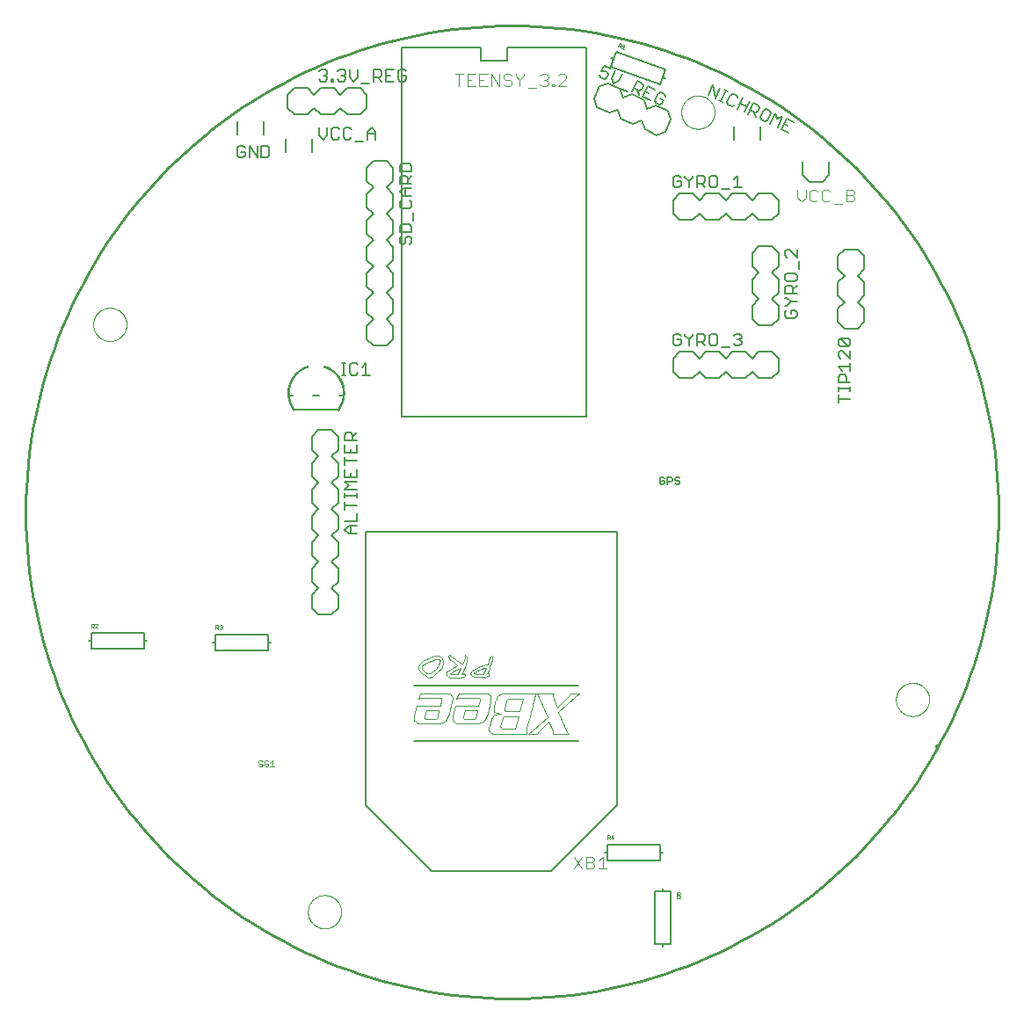
<source format=gto>
G75*
%MOIN*%
%OFA0B0*%
%FSLAX25Y25*%
%IPPOS*%
%LPD*%
%AMOC8*
5,1,8,0,0,1.08239X$1,22.5*
%
%ADD10C,0.01000*%
%ADD11C,0.01600*%
%ADD12C,0.00000*%
%ADD13C,0.00600*%
%ADD14C,0.00800*%
%ADD15C,0.00400*%
%ADD16C,0.00500*%
%ADD17C,0.00200*%
%ADD18C,0.00060*%
%ADD19C,0.00100*%
D10*
X0001500Y0185925D02*
X0001556Y0190451D01*
X0001722Y0194974D01*
X0002000Y0199492D01*
X0002388Y0204002D01*
X0002887Y0208501D01*
X0003496Y0212986D01*
X0004215Y0217455D01*
X0005044Y0221905D01*
X0005981Y0226333D01*
X0007027Y0230737D01*
X0008181Y0235114D01*
X0009441Y0239461D01*
X0010808Y0243776D01*
X0012281Y0248056D01*
X0013858Y0252299D01*
X0015539Y0256501D01*
X0017322Y0260662D01*
X0019207Y0264777D01*
X0021192Y0268845D01*
X0023277Y0272862D01*
X0025459Y0276828D01*
X0027738Y0280738D01*
X0030113Y0284592D01*
X0032581Y0288386D01*
X0035142Y0292118D01*
X0037793Y0295787D01*
X0040534Y0299389D01*
X0043363Y0302923D01*
X0046277Y0306386D01*
X0049275Y0309777D01*
X0052356Y0313094D01*
X0055517Y0316333D01*
X0058756Y0319494D01*
X0062073Y0322575D01*
X0065464Y0325573D01*
X0068927Y0328487D01*
X0072461Y0331316D01*
X0076063Y0334057D01*
X0079732Y0336708D01*
X0083464Y0339269D01*
X0087258Y0341737D01*
X0091112Y0344112D01*
X0095022Y0346391D01*
X0098988Y0348573D01*
X0103005Y0350658D01*
X0107073Y0352643D01*
X0111188Y0354528D01*
X0115349Y0356311D01*
X0119551Y0357992D01*
X0123794Y0359569D01*
X0128074Y0361042D01*
X0132389Y0362409D01*
X0136736Y0363669D01*
X0141113Y0364823D01*
X0145517Y0365869D01*
X0149945Y0366806D01*
X0154395Y0367635D01*
X0158864Y0368354D01*
X0163349Y0368963D01*
X0167848Y0369462D01*
X0172358Y0369850D01*
X0176876Y0370128D01*
X0181399Y0370294D01*
X0185925Y0370350D01*
X0190451Y0370294D01*
X0194974Y0370128D01*
X0199492Y0369850D01*
X0204002Y0369462D01*
X0208501Y0368963D01*
X0212986Y0368354D01*
X0217455Y0367635D01*
X0221905Y0366806D01*
X0226333Y0365869D01*
X0230737Y0364823D01*
X0235114Y0363669D01*
X0239461Y0362409D01*
X0243776Y0361042D01*
X0248056Y0359569D01*
X0252299Y0357992D01*
X0256501Y0356311D01*
X0260662Y0354528D01*
X0264777Y0352643D01*
X0268845Y0350658D01*
X0272862Y0348573D01*
X0276828Y0346391D01*
X0280738Y0344112D01*
X0284592Y0341737D01*
X0288386Y0339269D01*
X0292118Y0336708D01*
X0295787Y0334057D01*
X0299389Y0331316D01*
X0302923Y0328487D01*
X0306386Y0325573D01*
X0309777Y0322575D01*
X0313094Y0319494D01*
X0316333Y0316333D01*
X0319494Y0313094D01*
X0322575Y0309777D01*
X0325573Y0306386D01*
X0328487Y0302923D01*
X0331316Y0299389D01*
X0334057Y0295787D01*
X0336708Y0292118D01*
X0339269Y0288386D01*
X0341737Y0284592D01*
X0344112Y0280738D01*
X0346391Y0276828D01*
X0348573Y0272862D01*
X0350658Y0268845D01*
X0352643Y0264777D01*
X0354528Y0260662D01*
X0356311Y0256501D01*
X0357992Y0252299D01*
X0359569Y0248056D01*
X0361042Y0243776D01*
X0362409Y0239461D01*
X0363669Y0235114D01*
X0364823Y0230737D01*
X0365869Y0226333D01*
X0366806Y0221905D01*
X0367635Y0217455D01*
X0368354Y0212986D01*
X0368963Y0208501D01*
X0369462Y0204002D01*
X0369850Y0199492D01*
X0370128Y0194974D01*
X0370294Y0190451D01*
X0370350Y0185925D01*
X0370294Y0181399D01*
X0370128Y0176876D01*
X0369850Y0172358D01*
X0369462Y0167848D01*
X0368963Y0163349D01*
X0368354Y0158864D01*
X0367635Y0154395D01*
X0366806Y0149945D01*
X0365869Y0145517D01*
X0364823Y0141113D01*
X0363669Y0136736D01*
X0362409Y0132389D01*
X0361042Y0128074D01*
X0359569Y0123794D01*
X0357992Y0119551D01*
X0356311Y0115349D01*
X0354528Y0111188D01*
X0352643Y0107073D01*
X0350658Y0103005D01*
X0348573Y0098988D01*
X0346391Y0095022D01*
X0344112Y0091112D01*
X0341737Y0087258D01*
X0339269Y0083464D01*
X0336708Y0079732D01*
X0334057Y0076063D01*
X0331316Y0072461D01*
X0328487Y0068927D01*
X0325573Y0065464D01*
X0322575Y0062073D01*
X0319494Y0058756D01*
X0316333Y0055517D01*
X0313094Y0052356D01*
X0309777Y0049275D01*
X0306386Y0046277D01*
X0302923Y0043363D01*
X0299389Y0040534D01*
X0295787Y0037793D01*
X0292118Y0035142D01*
X0288386Y0032581D01*
X0284592Y0030113D01*
X0280738Y0027738D01*
X0276828Y0025459D01*
X0272862Y0023277D01*
X0268845Y0021192D01*
X0264777Y0019207D01*
X0260662Y0017322D01*
X0256501Y0015539D01*
X0252299Y0013858D01*
X0248056Y0012281D01*
X0243776Y0010808D01*
X0239461Y0009441D01*
X0235114Y0008181D01*
X0230737Y0007027D01*
X0226333Y0005981D01*
X0221905Y0005044D01*
X0217455Y0004215D01*
X0212986Y0003496D01*
X0208501Y0002887D01*
X0204002Y0002388D01*
X0199492Y0002000D01*
X0194974Y0001722D01*
X0190451Y0001556D01*
X0185925Y0001500D01*
X0181399Y0001556D01*
X0176876Y0001722D01*
X0172358Y0002000D01*
X0167848Y0002388D01*
X0163349Y0002887D01*
X0158864Y0003496D01*
X0154395Y0004215D01*
X0149945Y0005044D01*
X0145517Y0005981D01*
X0141113Y0007027D01*
X0136736Y0008181D01*
X0132389Y0009441D01*
X0128074Y0010808D01*
X0123794Y0012281D01*
X0119551Y0013858D01*
X0115349Y0015539D01*
X0111188Y0017322D01*
X0107073Y0019207D01*
X0103005Y0021192D01*
X0098988Y0023277D01*
X0095022Y0025459D01*
X0091112Y0027738D01*
X0087258Y0030113D01*
X0083464Y0032581D01*
X0079732Y0035142D01*
X0076063Y0037793D01*
X0072461Y0040534D01*
X0068927Y0043363D01*
X0065464Y0046277D01*
X0062073Y0049275D01*
X0058756Y0052356D01*
X0055517Y0055517D01*
X0052356Y0058756D01*
X0049275Y0062073D01*
X0046277Y0065464D01*
X0043363Y0068927D01*
X0040534Y0072461D01*
X0037793Y0076063D01*
X0035142Y0079732D01*
X0032581Y0083464D01*
X0030113Y0087258D01*
X0027738Y0091112D01*
X0025459Y0095022D01*
X0023277Y0098988D01*
X0021192Y0103005D01*
X0019207Y0107073D01*
X0017322Y0111188D01*
X0015539Y0115349D01*
X0013858Y0119551D01*
X0012281Y0123794D01*
X0010808Y0128074D01*
X0009441Y0132389D01*
X0008181Y0136736D01*
X0007027Y0141113D01*
X0005981Y0145517D01*
X0005044Y0149945D01*
X0004215Y0154395D01*
X0003496Y0158864D01*
X0002887Y0163349D01*
X0002388Y0167848D01*
X0002000Y0172358D01*
X0001722Y0176876D01*
X0001556Y0181399D01*
X0001500Y0185925D01*
D11*
X0347199Y0096927D02*
X0347241Y0097018D01*
D12*
X0331526Y0114825D02*
X0331528Y0114983D01*
X0331534Y0115141D01*
X0331544Y0115299D01*
X0331558Y0115457D01*
X0331576Y0115614D01*
X0331597Y0115771D01*
X0331623Y0115927D01*
X0331653Y0116083D01*
X0331686Y0116238D01*
X0331724Y0116391D01*
X0331765Y0116544D01*
X0331810Y0116696D01*
X0331859Y0116847D01*
X0331912Y0116996D01*
X0331968Y0117144D01*
X0332028Y0117290D01*
X0332092Y0117435D01*
X0332160Y0117578D01*
X0332231Y0117720D01*
X0332305Y0117860D01*
X0332383Y0117997D01*
X0332465Y0118133D01*
X0332549Y0118267D01*
X0332638Y0118398D01*
X0332729Y0118527D01*
X0332824Y0118654D01*
X0332921Y0118779D01*
X0333022Y0118901D01*
X0333126Y0119020D01*
X0333233Y0119137D01*
X0333343Y0119251D01*
X0333456Y0119362D01*
X0333571Y0119471D01*
X0333689Y0119576D01*
X0333810Y0119678D01*
X0333933Y0119778D01*
X0334059Y0119874D01*
X0334187Y0119967D01*
X0334317Y0120057D01*
X0334450Y0120143D01*
X0334585Y0120227D01*
X0334721Y0120306D01*
X0334860Y0120383D01*
X0335001Y0120455D01*
X0335143Y0120525D01*
X0335287Y0120590D01*
X0335433Y0120652D01*
X0335580Y0120710D01*
X0335729Y0120765D01*
X0335879Y0120816D01*
X0336030Y0120863D01*
X0336182Y0120906D01*
X0336335Y0120945D01*
X0336490Y0120981D01*
X0336645Y0121012D01*
X0336801Y0121040D01*
X0336957Y0121064D01*
X0337114Y0121084D01*
X0337272Y0121100D01*
X0337429Y0121112D01*
X0337588Y0121120D01*
X0337746Y0121124D01*
X0337904Y0121124D01*
X0338062Y0121120D01*
X0338221Y0121112D01*
X0338378Y0121100D01*
X0338536Y0121084D01*
X0338693Y0121064D01*
X0338849Y0121040D01*
X0339005Y0121012D01*
X0339160Y0120981D01*
X0339315Y0120945D01*
X0339468Y0120906D01*
X0339620Y0120863D01*
X0339771Y0120816D01*
X0339921Y0120765D01*
X0340070Y0120710D01*
X0340217Y0120652D01*
X0340363Y0120590D01*
X0340507Y0120525D01*
X0340649Y0120455D01*
X0340790Y0120383D01*
X0340929Y0120306D01*
X0341065Y0120227D01*
X0341200Y0120143D01*
X0341333Y0120057D01*
X0341463Y0119967D01*
X0341591Y0119874D01*
X0341717Y0119778D01*
X0341840Y0119678D01*
X0341961Y0119576D01*
X0342079Y0119471D01*
X0342194Y0119362D01*
X0342307Y0119251D01*
X0342417Y0119137D01*
X0342524Y0119020D01*
X0342628Y0118901D01*
X0342729Y0118779D01*
X0342826Y0118654D01*
X0342921Y0118527D01*
X0343012Y0118398D01*
X0343101Y0118267D01*
X0343185Y0118133D01*
X0343267Y0117997D01*
X0343345Y0117860D01*
X0343419Y0117720D01*
X0343490Y0117578D01*
X0343558Y0117435D01*
X0343622Y0117290D01*
X0343682Y0117144D01*
X0343738Y0116996D01*
X0343791Y0116847D01*
X0343840Y0116696D01*
X0343885Y0116544D01*
X0343926Y0116391D01*
X0343964Y0116238D01*
X0343997Y0116083D01*
X0344027Y0115927D01*
X0344053Y0115771D01*
X0344074Y0115614D01*
X0344092Y0115457D01*
X0344106Y0115299D01*
X0344116Y0115141D01*
X0344122Y0114983D01*
X0344124Y0114825D01*
X0344122Y0114667D01*
X0344116Y0114509D01*
X0344106Y0114351D01*
X0344092Y0114193D01*
X0344074Y0114036D01*
X0344053Y0113879D01*
X0344027Y0113723D01*
X0343997Y0113567D01*
X0343964Y0113412D01*
X0343926Y0113259D01*
X0343885Y0113106D01*
X0343840Y0112954D01*
X0343791Y0112803D01*
X0343738Y0112654D01*
X0343682Y0112506D01*
X0343622Y0112360D01*
X0343558Y0112215D01*
X0343490Y0112072D01*
X0343419Y0111930D01*
X0343345Y0111790D01*
X0343267Y0111653D01*
X0343185Y0111517D01*
X0343101Y0111383D01*
X0343012Y0111252D01*
X0342921Y0111123D01*
X0342826Y0110996D01*
X0342729Y0110871D01*
X0342628Y0110749D01*
X0342524Y0110630D01*
X0342417Y0110513D01*
X0342307Y0110399D01*
X0342194Y0110288D01*
X0342079Y0110179D01*
X0341961Y0110074D01*
X0341840Y0109972D01*
X0341717Y0109872D01*
X0341591Y0109776D01*
X0341463Y0109683D01*
X0341333Y0109593D01*
X0341200Y0109507D01*
X0341065Y0109423D01*
X0340929Y0109344D01*
X0340790Y0109267D01*
X0340649Y0109195D01*
X0340507Y0109125D01*
X0340363Y0109060D01*
X0340217Y0108998D01*
X0340070Y0108940D01*
X0339921Y0108885D01*
X0339771Y0108834D01*
X0339620Y0108787D01*
X0339468Y0108744D01*
X0339315Y0108705D01*
X0339160Y0108669D01*
X0339005Y0108638D01*
X0338849Y0108610D01*
X0338693Y0108586D01*
X0338536Y0108566D01*
X0338378Y0108550D01*
X0338221Y0108538D01*
X0338062Y0108530D01*
X0337904Y0108526D01*
X0337746Y0108526D01*
X0337588Y0108530D01*
X0337429Y0108538D01*
X0337272Y0108550D01*
X0337114Y0108566D01*
X0336957Y0108586D01*
X0336801Y0108610D01*
X0336645Y0108638D01*
X0336490Y0108669D01*
X0336335Y0108705D01*
X0336182Y0108744D01*
X0336030Y0108787D01*
X0335879Y0108834D01*
X0335729Y0108885D01*
X0335580Y0108940D01*
X0335433Y0108998D01*
X0335287Y0109060D01*
X0335143Y0109125D01*
X0335001Y0109195D01*
X0334860Y0109267D01*
X0334721Y0109344D01*
X0334585Y0109423D01*
X0334450Y0109507D01*
X0334317Y0109593D01*
X0334187Y0109683D01*
X0334059Y0109776D01*
X0333933Y0109872D01*
X0333810Y0109972D01*
X0333689Y0110074D01*
X0333571Y0110179D01*
X0333456Y0110288D01*
X0333343Y0110399D01*
X0333233Y0110513D01*
X0333126Y0110630D01*
X0333022Y0110749D01*
X0332921Y0110871D01*
X0332824Y0110996D01*
X0332729Y0111123D01*
X0332638Y0111252D01*
X0332549Y0111383D01*
X0332465Y0111517D01*
X0332383Y0111653D01*
X0332305Y0111790D01*
X0332231Y0111930D01*
X0332160Y0112072D01*
X0332092Y0112215D01*
X0332028Y0112360D01*
X0331968Y0112506D01*
X0331912Y0112654D01*
X0331859Y0112803D01*
X0331810Y0112954D01*
X0331765Y0113106D01*
X0331724Y0113259D01*
X0331686Y0113412D01*
X0331653Y0113567D01*
X0331623Y0113723D01*
X0331597Y0113879D01*
X0331576Y0114036D01*
X0331558Y0114193D01*
X0331544Y0114351D01*
X0331534Y0114509D01*
X0331528Y0114667D01*
X0331526Y0114825D01*
X0108526Y0034325D02*
X0108528Y0034483D01*
X0108534Y0034641D01*
X0108544Y0034799D01*
X0108558Y0034957D01*
X0108576Y0035114D01*
X0108597Y0035271D01*
X0108623Y0035427D01*
X0108653Y0035583D01*
X0108686Y0035738D01*
X0108724Y0035891D01*
X0108765Y0036044D01*
X0108810Y0036196D01*
X0108859Y0036347D01*
X0108912Y0036496D01*
X0108968Y0036644D01*
X0109028Y0036790D01*
X0109092Y0036935D01*
X0109160Y0037078D01*
X0109231Y0037220D01*
X0109305Y0037360D01*
X0109383Y0037497D01*
X0109465Y0037633D01*
X0109549Y0037767D01*
X0109638Y0037898D01*
X0109729Y0038027D01*
X0109824Y0038154D01*
X0109921Y0038279D01*
X0110022Y0038401D01*
X0110126Y0038520D01*
X0110233Y0038637D01*
X0110343Y0038751D01*
X0110456Y0038862D01*
X0110571Y0038971D01*
X0110689Y0039076D01*
X0110810Y0039178D01*
X0110933Y0039278D01*
X0111059Y0039374D01*
X0111187Y0039467D01*
X0111317Y0039557D01*
X0111450Y0039643D01*
X0111585Y0039727D01*
X0111721Y0039806D01*
X0111860Y0039883D01*
X0112001Y0039955D01*
X0112143Y0040025D01*
X0112287Y0040090D01*
X0112433Y0040152D01*
X0112580Y0040210D01*
X0112729Y0040265D01*
X0112879Y0040316D01*
X0113030Y0040363D01*
X0113182Y0040406D01*
X0113335Y0040445D01*
X0113490Y0040481D01*
X0113645Y0040512D01*
X0113801Y0040540D01*
X0113957Y0040564D01*
X0114114Y0040584D01*
X0114272Y0040600D01*
X0114429Y0040612D01*
X0114588Y0040620D01*
X0114746Y0040624D01*
X0114904Y0040624D01*
X0115062Y0040620D01*
X0115221Y0040612D01*
X0115378Y0040600D01*
X0115536Y0040584D01*
X0115693Y0040564D01*
X0115849Y0040540D01*
X0116005Y0040512D01*
X0116160Y0040481D01*
X0116315Y0040445D01*
X0116468Y0040406D01*
X0116620Y0040363D01*
X0116771Y0040316D01*
X0116921Y0040265D01*
X0117070Y0040210D01*
X0117217Y0040152D01*
X0117363Y0040090D01*
X0117507Y0040025D01*
X0117649Y0039955D01*
X0117790Y0039883D01*
X0117929Y0039806D01*
X0118065Y0039727D01*
X0118200Y0039643D01*
X0118333Y0039557D01*
X0118463Y0039467D01*
X0118591Y0039374D01*
X0118717Y0039278D01*
X0118840Y0039178D01*
X0118961Y0039076D01*
X0119079Y0038971D01*
X0119194Y0038862D01*
X0119307Y0038751D01*
X0119417Y0038637D01*
X0119524Y0038520D01*
X0119628Y0038401D01*
X0119729Y0038279D01*
X0119826Y0038154D01*
X0119921Y0038027D01*
X0120012Y0037898D01*
X0120101Y0037767D01*
X0120185Y0037633D01*
X0120267Y0037497D01*
X0120345Y0037360D01*
X0120419Y0037220D01*
X0120490Y0037078D01*
X0120558Y0036935D01*
X0120622Y0036790D01*
X0120682Y0036644D01*
X0120738Y0036496D01*
X0120791Y0036347D01*
X0120840Y0036196D01*
X0120885Y0036044D01*
X0120926Y0035891D01*
X0120964Y0035738D01*
X0120997Y0035583D01*
X0121027Y0035427D01*
X0121053Y0035271D01*
X0121074Y0035114D01*
X0121092Y0034957D01*
X0121106Y0034799D01*
X0121116Y0034641D01*
X0121122Y0034483D01*
X0121124Y0034325D01*
X0121122Y0034167D01*
X0121116Y0034009D01*
X0121106Y0033851D01*
X0121092Y0033693D01*
X0121074Y0033536D01*
X0121053Y0033379D01*
X0121027Y0033223D01*
X0120997Y0033067D01*
X0120964Y0032912D01*
X0120926Y0032759D01*
X0120885Y0032606D01*
X0120840Y0032454D01*
X0120791Y0032303D01*
X0120738Y0032154D01*
X0120682Y0032006D01*
X0120622Y0031860D01*
X0120558Y0031715D01*
X0120490Y0031572D01*
X0120419Y0031430D01*
X0120345Y0031290D01*
X0120267Y0031153D01*
X0120185Y0031017D01*
X0120101Y0030883D01*
X0120012Y0030752D01*
X0119921Y0030623D01*
X0119826Y0030496D01*
X0119729Y0030371D01*
X0119628Y0030249D01*
X0119524Y0030130D01*
X0119417Y0030013D01*
X0119307Y0029899D01*
X0119194Y0029788D01*
X0119079Y0029679D01*
X0118961Y0029574D01*
X0118840Y0029472D01*
X0118717Y0029372D01*
X0118591Y0029276D01*
X0118463Y0029183D01*
X0118333Y0029093D01*
X0118200Y0029007D01*
X0118065Y0028923D01*
X0117929Y0028844D01*
X0117790Y0028767D01*
X0117649Y0028695D01*
X0117507Y0028625D01*
X0117363Y0028560D01*
X0117217Y0028498D01*
X0117070Y0028440D01*
X0116921Y0028385D01*
X0116771Y0028334D01*
X0116620Y0028287D01*
X0116468Y0028244D01*
X0116315Y0028205D01*
X0116160Y0028169D01*
X0116005Y0028138D01*
X0115849Y0028110D01*
X0115693Y0028086D01*
X0115536Y0028066D01*
X0115378Y0028050D01*
X0115221Y0028038D01*
X0115062Y0028030D01*
X0114904Y0028026D01*
X0114746Y0028026D01*
X0114588Y0028030D01*
X0114429Y0028038D01*
X0114272Y0028050D01*
X0114114Y0028066D01*
X0113957Y0028086D01*
X0113801Y0028110D01*
X0113645Y0028138D01*
X0113490Y0028169D01*
X0113335Y0028205D01*
X0113182Y0028244D01*
X0113030Y0028287D01*
X0112879Y0028334D01*
X0112729Y0028385D01*
X0112580Y0028440D01*
X0112433Y0028498D01*
X0112287Y0028560D01*
X0112143Y0028625D01*
X0112001Y0028695D01*
X0111860Y0028767D01*
X0111721Y0028844D01*
X0111585Y0028923D01*
X0111450Y0029007D01*
X0111317Y0029093D01*
X0111187Y0029183D01*
X0111059Y0029276D01*
X0110933Y0029372D01*
X0110810Y0029472D01*
X0110689Y0029574D01*
X0110571Y0029679D01*
X0110456Y0029788D01*
X0110343Y0029899D01*
X0110233Y0030013D01*
X0110126Y0030130D01*
X0110022Y0030249D01*
X0109921Y0030371D01*
X0109824Y0030496D01*
X0109729Y0030623D01*
X0109638Y0030752D01*
X0109549Y0030883D01*
X0109465Y0031017D01*
X0109383Y0031153D01*
X0109305Y0031290D01*
X0109231Y0031430D01*
X0109160Y0031572D01*
X0109092Y0031715D01*
X0109028Y0031860D01*
X0108968Y0032006D01*
X0108912Y0032154D01*
X0108859Y0032303D01*
X0108810Y0032454D01*
X0108765Y0032606D01*
X0108724Y0032759D01*
X0108686Y0032912D01*
X0108653Y0033067D01*
X0108623Y0033223D01*
X0108597Y0033379D01*
X0108576Y0033536D01*
X0108558Y0033693D01*
X0108544Y0033851D01*
X0108534Y0034009D01*
X0108528Y0034167D01*
X0108526Y0034325D01*
X0027126Y0257025D02*
X0027128Y0257183D01*
X0027134Y0257341D01*
X0027144Y0257499D01*
X0027158Y0257657D01*
X0027176Y0257814D01*
X0027197Y0257971D01*
X0027223Y0258127D01*
X0027253Y0258283D01*
X0027286Y0258438D01*
X0027324Y0258591D01*
X0027365Y0258744D01*
X0027410Y0258896D01*
X0027459Y0259047D01*
X0027512Y0259196D01*
X0027568Y0259344D01*
X0027628Y0259490D01*
X0027692Y0259635D01*
X0027760Y0259778D01*
X0027831Y0259920D01*
X0027905Y0260060D01*
X0027983Y0260197D01*
X0028065Y0260333D01*
X0028149Y0260467D01*
X0028238Y0260598D01*
X0028329Y0260727D01*
X0028424Y0260854D01*
X0028521Y0260979D01*
X0028622Y0261101D01*
X0028726Y0261220D01*
X0028833Y0261337D01*
X0028943Y0261451D01*
X0029056Y0261562D01*
X0029171Y0261671D01*
X0029289Y0261776D01*
X0029410Y0261878D01*
X0029533Y0261978D01*
X0029659Y0262074D01*
X0029787Y0262167D01*
X0029917Y0262257D01*
X0030050Y0262343D01*
X0030185Y0262427D01*
X0030321Y0262506D01*
X0030460Y0262583D01*
X0030601Y0262655D01*
X0030743Y0262725D01*
X0030887Y0262790D01*
X0031033Y0262852D01*
X0031180Y0262910D01*
X0031329Y0262965D01*
X0031479Y0263016D01*
X0031630Y0263063D01*
X0031782Y0263106D01*
X0031935Y0263145D01*
X0032090Y0263181D01*
X0032245Y0263212D01*
X0032401Y0263240D01*
X0032557Y0263264D01*
X0032714Y0263284D01*
X0032872Y0263300D01*
X0033029Y0263312D01*
X0033188Y0263320D01*
X0033346Y0263324D01*
X0033504Y0263324D01*
X0033662Y0263320D01*
X0033821Y0263312D01*
X0033978Y0263300D01*
X0034136Y0263284D01*
X0034293Y0263264D01*
X0034449Y0263240D01*
X0034605Y0263212D01*
X0034760Y0263181D01*
X0034915Y0263145D01*
X0035068Y0263106D01*
X0035220Y0263063D01*
X0035371Y0263016D01*
X0035521Y0262965D01*
X0035670Y0262910D01*
X0035817Y0262852D01*
X0035963Y0262790D01*
X0036107Y0262725D01*
X0036249Y0262655D01*
X0036390Y0262583D01*
X0036529Y0262506D01*
X0036665Y0262427D01*
X0036800Y0262343D01*
X0036933Y0262257D01*
X0037063Y0262167D01*
X0037191Y0262074D01*
X0037317Y0261978D01*
X0037440Y0261878D01*
X0037561Y0261776D01*
X0037679Y0261671D01*
X0037794Y0261562D01*
X0037907Y0261451D01*
X0038017Y0261337D01*
X0038124Y0261220D01*
X0038228Y0261101D01*
X0038329Y0260979D01*
X0038426Y0260854D01*
X0038521Y0260727D01*
X0038612Y0260598D01*
X0038701Y0260467D01*
X0038785Y0260333D01*
X0038867Y0260197D01*
X0038945Y0260060D01*
X0039019Y0259920D01*
X0039090Y0259778D01*
X0039158Y0259635D01*
X0039222Y0259490D01*
X0039282Y0259344D01*
X0039338Y0259196D01*
X0039391Y0259047D01*
X0039440Y0258896D01*
X0039485Y0258744D01*
X0039526Y0258591D01*
X0039564Y0258438D01*
X0039597Y0258283D01*
X0039627Y0258127D01*
X0039653Y0257971D01*
X0039674Y0257814D01*
X0039692Y0257657D01*
X0039706Y0257499D01*
X0039716Y0257341D01*
X0039722Y0257183D01*
X0039724Y0257025D01*
X0039722Y0256867D01*
X0039716Y0256709D01*
X0039706Y0256551D01*
X0039692Y0256393D01*
X0039674Y0256236D01*
X0039653Y0256079D01*
X0039627Y0255923D01*
X0039597Y0255767D01*
X0039564Y0255612D01*
X0039526Y0255459D01*
X0039485Y0255306D01*
X0039440Y0255154D01*
X0039391Y0255003D01*
X0039338Y0254854D01*
X0039282Y0254706D01*
X0039222Y0254560D01*
X0039158Y0254415D01*
X0039090Y0254272D01*
X0039019Y0254130D01*
X0038945Y0253990D01*
X0038867Y0253853D01*
X0038785Y0253717D01*
X0038701Y0253583D01*
X0038612Y0253452D01*
X0038521Y0253323D01*
X0038426Y0253196D01*
X0038329Y0253071D01*
X0038228Y0252949D01*
X0038124Y0252830D01*
X0038017Y0252713D01*
X0037907Y0252599D01*
X0037794Y0252488D01*
X0037679Y0252379D01*
X0037561Y0252274D01*
X0037440Y0252172D01*
X0037317Y0252072D01*
X0037191Y0251976D01*
X0037063Y0251883D01*
X0036933Y0251793D01*
X0036800Y0251707D01*
X0036665Y0251623D01*
X0036529Y0251544D01*
X0036390Y0251467D01*
X0036249Y0251395D01*
X0036107Y0251325D01*
X0035963Y0251260D01*
X0035817Y0251198D01*
X0035670Y0251140D01*
X0035521Y0251085D01*
X0035371Y0251034D01*
X0035220Y0250987D01*
X0035068Y0250944D01*
X0034915Y0250905D01*
X0034760Y0250869D01*
X0034605Y0250838D01*
X0034449Y0250810D01*
X0034293Y0250786D01*
X0034136Y0250766D01*
X0033978Y0250750D01*
X0033821Y0250738D01*
X0033662Y0250730D01*
X0033504Y0250726D01*
X0033346Y0250726D01*
X0033188Y0250730D01*
X0033029Y0250738D01*
X0032872Y0250750D01*
X0032714Y0250766D01*
X0032557Y0250786D01*
X0032401Y0250810D01*
X0032245Y0250838D01*
X0032090Y0250869D01*
X0031935Y0250905D01*
X0031782Y0250944D01*
X0031630Y0250987D01*
X0031479Y0251034D01*
X0031329Y0251085D01*
X0031180Y0251140D01*
X0031033Y0251198D01*
X0030887Y0251260D01*
X0030743Y0251325D01*
X0030601Y0251395D01*
X0030460Y0251467D01*
X0030321Y0251544D01*
X0030185Y0251623D01*
X0030050Y0251707D01*
X0029917Y0251793D01*
X0029787Y0251883D01*
X0029659Y0251976D01*
X0029533Y0252072D01*
X0029410Y0252172D01*
X0029289Y0252274D01*
X0029171Y0252379D01*
X0029056Y0252488D01*
X0028943Y0252599D01*
X0028833Y0252713D01*
X0028726Y0252830D01*
X0028622Y0252949D01*
X0028521Y0253071D01*
X0028424Y0253196D01*
X0028329Y0253323D01*
X0028238Y0253452D01*
X0028149Y0253583D01*
X0028065Y0253717D01*
X0027983Y0253853D01*
X0027905Y0253990D01*
X0027831Y0254130D01*
X0027760Y0254272D01*
X0027692Y0254415D01*
X0027628Y0254560D01*
X0027568Y0254706D01*
X0027512Y0254854D01*
X0027459Y0255003D01*
X0027410Y0255154D01*
X0027365Y0255306D01*
X0027324Y0255459D01*
X0027286Y0255612D01*
X0027253Y0255767D01*
X0027223Y0255923D01*
X0027197Y0256079D01*
X0027176Y0256236D01*
X0027158Y0256393D01*
X0027144Y0256551D01*
X0027134Y0256709D01*
X0027128Y0256867D01*
X0027126Y0257025D01*
X0250126Y0337525D02*
X0250128Y0337683D01*
X0250134Y0337841D01*
X0250144Y0337999D01*
X0250158Y0338157D01*
X0250176Y0338314D01*
X0250197Y0338471D01*
X0250223Y0338627D01*
X0250253Y0338783D01*
X0250286Y0338938D01*
X0250324Y0339091D01*
X0250365Y0339244D01*
X0250410Y0339396D01*
X0250459Y0339547D01*
X0250512Y0339696D01*
X0250568Y0339844D01*
X0250628Y0339990D01*
X0250692Y0340135D01*
X0250760Y0340278D01*
X0250831Y0340420D01*
X0250905Y0340560D01*
X0250983Y0340697D01*
X0251065Y0340833D01*
X0251149Y0340967D01*
X0251238Y0341098D01*
X0251329Y0341227D01*
X0251424Y0341354D01*
X0251521Y0341479D01*
X0251622Y0341601D01*
X0251726Y0341720D01*
X0251833Y0341837D01*
X0251943Y0341951D01*
X0252056Y0342062D01*
X0252171Y0342171D01*
X0252289Y0342276D01*
X0252410Y0342378D01*
X0252533Y0342478D01*
X0252659Y0342574D01*
X0252787Y0342667D01*
X0252917Y0342757D01*
X0253050Y0342843D01*
X0253185Y0342927D01*
X0253321Y0343006D01*
X0253460Y0343083D01*
X0253601Y0343155D01*
X0253743Y0343225D01*
X0253887Y0343290D01*
X0254033Y0343352D01*
X0254180Y0343410D01*
X0254329Y0343465D01*
X0254479Y0343516D01*
X0254630Y0343563D01*
X0254782Y0343606D01*
X0254935Y0343645D01*
X0255090Y0343681D01*
X0255245Y0343712D01*
X0255401Y0343740D01*
X0255557Y0343764D01*
X0255714Y0343784D01*
X0255872Y0343800D01*
X0256029Y0343812D01*
X0256188Y0343820D01*
X0256346Y0343824D01*
X0256504Y0343824D01*
X0256662Y0343820D01*
X0256821Y0343812D01*
X0256978Y0343800D01*
X0257136Y0343784D01*
X0257293Y0343764D01*
X0257449Y0343740D01*
X0257605Y0343712D01*
X0257760Y0343681D01*
X0257915Y0343645D01*
X0258068Y0343606D01*
X0258220Y0343563D01*
X0258371Y0343516D01*
X0258521Y0343465D01*
X0258670Y0343410D01*
X0258817Y0343352D01*
X0258963Y0343290D01*
X0259107Y0343225D01*
X0259249Y0343155D01*
X0259390Y0343083D01*
X0259529Y0343006D01*
X0259665Y0342927D01*
X0259800Y0342843D01*
X0259933Y0342757D01*
X0260063Y0342667D01*
X0260191Y0342574D01*
X0260317Y0342478D01*
X0260440Y0342378D01*
X0260561Y0342276D01*
X0260679Y0342171D01*
X0260794Y0342062D01*
X0260907Y0341951D01*
X0261017Y0341837D01*
X0261124Y0341720D01*
X0261228Y0341601D01*
X0261329Y0341479D01*
X0261426Y0341354D01*
X0261521Y0341227D01*
X0261612Y0341098D01*
X0261701Y0340967D01*
X0261785Y0340833D01*
X0261867Y0340697D01*
X0261945Y0340560D01*
X0262019Y0340420D01*
X0262090Y0340278D01*
X0262158Y0340135D01*
X0262222Y0339990D01*
X0262282Y0339844D01*
X0262338Y0339696D01*
X0262391Y0339547D01*
X0262440Y0339396D01*
X0262485Y0339244D01*
X0262526Y0339091D01*
X0262564Y0338938D01*
X0262597Y0338783D01*
X0262627Y0338627D01*
X0262653Y0338471D01*
X0262674Y0338314D01*
X0262692Y0338157D01*
X0262706Y0337999D01*
X0262716Y0337841D01*
X0262722Y0337683D01*
X0262724Y0337525D01*
X0262722Y0337367D01*
X0262716Y0337209D01*
X0262706Y0337051D01*
X0262692Y0336893D01*
X0262674Y0336736D01*
X0262653Y0336579D01*
X0262627Y0336423D01*
X0262597Y0336267D01*
X0262564Y0336112D01*
X0262526Y0335959D01*
X0262485Y0335806D01*
X0262440Y0335654D01*
X0262391Y0335503D01*
X0262338Y0335354D01*
X0262282Y0335206D01*
X0262222Y0335060D01*
X0262158Y0334915D01*
X0262090Y0334772D01*
X0262019Y0334630D01*
X0261945Y0334490D01*
X0261867Y0334353D01*
X0261785Y0334217D01*
X0261701Y0334083D01*
X0261612Y0333952D01*
X0261521Y0333823D01*
X0261426Y0333696D01*
X0261329Y0333571D01*
X0261228Y0333449D01*
X0261124Y0333330D01*
X0261017Y0333213D01*
X0260907Y0333099D01*
X0260794Y0332988D01*
X0260679Y0332879D01*
X0260561Y0332774D01*
X0260440Y0332672D01*
X0260317Y0332572D01*
X0260191Y0332476D01*
X0260063Y0332383D01*
X0259933Y0332293D01*
X0259800Y0332207D01*
X0259665Y0332123D01*
X0259529Y0332044D01*
X0259390Y0331967D01*
X0259249Y0331895D01*
X0259107Y0331825D01*
X0258963Y0331760D01*
X0258817Y0331698D01*
X0258670Y0331640D01*
X0258521Y0331585D01*
X0258371Y0331534D01*
X0258220Y0331487D01*
X0258068Y0331444D01*
X0257915Y0331405D01*
X0257760Y0331369D01*
X0257605Y0331338D01*
X0257449Y0331310D01*
X0257293Y0331286D01*
X0257136Y0331266D01*
X0256978Y0331250D01*
X0256821Y0331238D01*
X0256662Y0331230D01*
X0256504Y0331226D01*
X0256346Y0331226D01*
X0256188Y0331230D01*
X0256029Y0331238D01*
X0255872Y0331250D01*
X0255714Y0331266D01*
X0255557Y0331286D01*
X0255401Y0331310D01*
X0255245Y0331338D01*
X0255090Y0331369D01*
X0254935Y0331405D01*
X0254782Y0331444D01*
X0254630Y0331487D01*
X0254479Y0331534D01*
X0254329Y0331585D01*
X0254180Y0331640D01*
X0254033Y0331698D01*
X0253887Y0331760D01*
X0253743Y0331825D01*
X0253601Y0331895D01*
X0253460Y0331967D01*
X0253321Y0332044D01*
X0253185Y0332123D01*
X0253050Y0332207D01*
X0252917Y0332293D01*
X0252787Y0332383D01*
X0252659Y0332476D01*
X0252533Y0332572D01*
X0252410Y0332672D01*
X0252289Y0332774D01*
X0252171Y0332879D01*
X0252056Y0332988D01*
X0251943Y0333099D01*
X0251833Y0333213D01*
X0251726Y0333330D01*
X0251622Y0333449D01*
X0251521Y0333571D01*
X0251424Y0333696D01*
X0251329Y0333823D01*
X0251238Y0333952D01*
X0251149Y0334083D01*
X0251065Y0334217D01*
X0250983Y0334353D01*
X0250905Y0334490D01*
X0250831Y0334630D01*
X0250760Y0334772D01*
X0250692Y0334915D01*
X0250628Y0335060D01*
X0250568Y0335206D01*
X0250512Y0335354D01*
X0250459Y0335503D01*
X0250410Y0335654D01*
X0250365Y0335806D01*
X0250324Y0335959D01*
X0250286Y0336112D01*
X0250253Y0336267D01*
X0250223Y0336423D01*
X0250197Y0336579D01*
X0250176Y0336736D01*
X0250158Y0336893D01*
X0250144Y0337051D01*
X0250134Y0337209D01*
X0250128Y0337367D01*
X0250126Y0337525D01*
D13*
X0121978Y0230125D02*
X0120399Y0230125D01*
X0119773Y0224625D02*
X0103277Y0224625D01*
X0102651Y0230125D02*
X0101073Y0230125D01*
X0110399Y0230125D02*
X0112651Y0230125D01*
X0148850Y0120019D02*
X0211129Y0120019D01*
X0211129Y0099132D02*
X0148850Y0099132D01*
X0242359Y0196425D02*
X0243227Y0196425D01*
X0243660Y0196859D01*
X0243660Y0197727D01*
X0242793Y0197727D01*
X0243660Y0198594D02*
X0243227Y0199028D01*
X0242359Y0199028D01*
X0241925Y0198594D01*
X0241925Y0196859D01*
X0242359Y0196425D01*
X0244872Y0196425D02*
X0244872Y0199028D01*
X0246173Y0199028D01*
X0246607Y0198594D01*
X0246607Y0197727D01*
X0246173Y0197293D01*
X0244872Y0197293D01*
X0247818Y0196859D02*
X0248252Y0196425D01*
X0249120Y0196425D01*
X0249553Y0196859D01*
X0249553Y0197293D01*
X0249120Y0197727D01*
X0248252Y0197727D01*
X0247818Y0198160D01*
X0247818Y0198594D01*
X0248252Y0199028D01*
X0249120Y0199028D01*
X0249553Y0198594D01*
D14*
X0225763Y0178555D02*
X0130488Y0178555D01*
X0130488Y0074599D01*
X0155389Y0049697D01*
X0200862Y0049697D01*
X0225763Y0074599D01*
X0225763Y0178555D01*
X0214125Y0222225D02*
X0144125Y0222225D01*
X0144125Y0362225D01*
X0174125Y0362225D01*
X0174125Y0357225D01*
X0184125Y0357225D01*
X0184125Y0362225D01*
X0214125Y0362225D01*
X0214125Y0222225D01*
X0247025Y0239125D02*
X0249525Y0236625D01*
X0254525Y0236625D01*
X0257025Y0239125D01*
X0259525Y0236625D01*
X0264525Y0236625D01*
X0267025Y0239125D01*
X0269525Y0236625D01*
X0274525Y0236625D01*
X0277025Y0239125D01*
X0279525Y0236625D01*
X0284525Y0236625D01*
X0287025Y0239125D01*
X0287025Y0244125D01*
X0284525Y0246625D01*
X0279525Y0246625D01*
X0277025Y0244125D01*
X0274525Y0246625D01*
X0269525Y0246625D01*
X0267025Y0244125D01*
X0264525Y0246625D01*
X0259525Y0246625D01*
X0257025Y0244125D01*
X0254525Y0246625D01*
X0249525Y0246625D01*
X0247025Y0244125D01*
X0247025Y0239125D01*
X0277025Y0259125D02*
X0277025Y0264125D01*
X0279525Y0266625D01*
X0277025Y0269125D01*
X0277025Y0274125D01*
X0279525Y0276625D01*
X0277025Y0279125D01*
X0277025Y0284125D01*
X0279525Y0286625D01*
X0284525Y0286625D01*
X0287025Y0284125D01*
X0287025Y0279125D01*
X0284525Y0276625D01*
X0287025Y0274125D01*
X0287025Y0269125D01*
X0284525Y0266625D01*
X0287025Y0264125D01*
X0287025Y0259125D01*
X0284525Y0256625D01*
X0279525Y0256625D01*
X0277025Y0259125D01*
X0309525Y0257925D02*
X0312025Y0255425D01*
X0317025Y0255425D01*
X0319525Y0257925D01*
X0319525Y0262925D01*
X0317025Y0265425D01*
X0319525Y0267925D01*
X0319525Y0272925D01*
X0317025Y0275425D01*
X0319525Y0277925D01*
X0319525Y0282925D01*
X0317025Y0285425D01*
X0312025Y0285425D01*
X0309525Y0282925D01*
X0309525Y0277925D01*
X0312025Y0275425D01*
X0309525Y0272925D01*
X0309525Y0267925D01*
X0312025Y0265425D01*
X0309525Y0262925D01*
X0309525Y0257925D01*
X0284525Y0296625D02*
X0279525Y0296625D01*
X0277025Y0299125D01*
X0274525Y0296625D01*
X0269525Y0296625D01*
X0267025Y0299125D01*
X0264525Y0296625D01*
X0259525Y0296625D01*
X0257025Y0299125D01*
X0254525Y0296625D01*
X0249525Y0296625D01*
X0247025Y0299125D01*
X0247025Y0304125D01*
X0249525Y0306625D01*
X0254525Y0306625D01*
X0257025Y0304125D01*
X0259525Y0306625D01*
X0264525Y0306625D01*
X0267025Y0304125D01*
X0269525Y0306625D01*
X0274525Y0306625D01*
X0277025Y0304125D01*
X0279525Y0306625D01*
X0284525Y0306625D01*
X0287025Y0304125D01*
X0287025Y0299125D01*
X0284525Y0296625D01*
X0298625Y0311225D02*
X0303625Y0311225D01*
X0306125Y0313725D01*
X0306125Y0318725D01*
X0298625Y0311225D02*
X0296125Y0313725D01*
X0296125Y0318725D01*
X0280025Y0327125D02*
X0280025Y0332125D01*
X0270025Y0332125D02*
X0270025Y0327125D01*
X0246240Y0334626D02*
X0244127Y0330094D01*
X0240804Y0328885D01*
X0236273Y0330998D01*
X0235063Y0334320D01*
X0231741Y0333111D01*
X0227210Y0335224D01*
X0226000Y0338547D01*
X0222678Y0337337D01*
X0218147Y0339450D01*
X0216937Y0342773D01*
X0219050Y0347304D01*
X0222373Y0348513D01*
X0226904Y0346400D01*
X0228113Y0343078D01*
X0231436Y0344287D01*
X0235967Y0342174D01*
X0237177Y0338852D01*
X0240499Y0340061D01*
X0245030Y0337948D01*
X0246240Y0334626D01*
X0242096Y0347986D02*
X0223302Y0354827D01*
X0224328Y0357646D01*
X0223389Y0357988D01*
X0224328Y0357646D02*
X0225355Y0360465D01*
X0244148Y0353624D01*
X0243122Y0350805D01*
X0244062Y0350463D01*
X0243122Y0350805D02*
X0242096Y0347986D01*
X0140825Y0316525D02*
X0140825Y0311525D01*
X0138325Y0309025D01*
X0140825Y0306525D01*
X0140825Y0301525D01*
X0138325Y0299025D01*
X0140825Y0296525D01*
X0140825Y0291525D01*
X0138325Y0289025D01*
X0140825Y0286525D01*
X0140825Y0281525D01*
X0138325Y0279025D01*
X0140825Y0276525D01*
X0140825Y0271525D01*
X0138325Y0269025D01*
X0140825Y0266525D01*
X0140825Y0261525D01*
X0138325Y0259025D01*
X0140825Y0256525D01*
X0140825Y0251525D01*
X0138325Y0249025D01*
X0133325Y0249025D01*
X0130825Y0251525D01*
X0130825Y0256525D01*
X0133325Y0259025D01*
X0130825Y0261525D01*
X0130825Y0266525D01*
X0133325Y0269025D01*
X0130825Y0271525D01*
X0130825Y0276525D01*
X0133325Y0279025D01*
X0130825Y0281525D01*
X0130825Y0286525D01*
X0133325Y0289025D01*
X0130825Y0291525D01*
X0130825Y0296525D01*
X0133325Y0299025D01*
X0130825Y0301525D01*
X0130825Y0306525D01*
X0133325Y0309025D01*
X0130825Y0311525D01*
X0130825Y0316525D01*
X0133325Y0319025D01*
X0138325Y0319025D01*
X0140825Y0316525D01*
X0128325Y0336725D02*
X0123325Y0336725D01*
X0120825Y0339225D01*
X0118325Y0336725D01*
X0113325Y0336725D01*
X0110825Y0339225D01*
X0108325Y0336725D01*
X0103325Y0336725D01*
X0100825Y0339225D01*
X0100825Y0344225D01*
X0103325Y0346725D01*
X0108325Y0346725D01*
X0110825Y0344225D01*
X0113325Y0346725D01*
X0118325Y0346725D01*
X0120825Y0344225D01*
X0123325Y0346725D01*
X0128325Y0346725D01*
X0130825Y0344225D01*
X0130825Y0339225D01*
X0128325Y0336725D01*
X0110125Y0327425D02*
X0110125Y0322425D01*
X0100125Y0322425D02*
X0100125Y0327425D01*
X0091725Y0329225D02*
X0091725Y0334225D01*
X0081725Y0334225D02*
X0081725Y0329225D01*
X0112525Y0217025D02*
X0110025Y0214525D01*
X0110025Y0209525D01*
X0112525Y0207025D01*
X0110025Y0204525D01*
X0110025Y0199525D01*
X0112525Y0197025D01*
X0110025Y0194525D01*
X0110025Y0189525D01*
X0112525Y0187025D01*
X0110025Y0184525D01*
X0110025Y0179525D01*
X0112525Y0177025D01*
X0110025Y0174525D01*
X0110025Y0169525D01*
X0112525Y0167025D01*
X0110025Y0164525D01*
X0110025Y0159525D01*
X0112525Y0157025D01*
X0110025Y0154525D01*
X0110025Y0149525D01*
X0112525Y0147025D01*
X0117525Y0147025D01*
X0120025Y0149525D01*
X0120025Y0154525D01*
X0117525Y0157025D01*
X0120025Y0159525D01*
X0120025Y0164525D01*
X0117525Y0167025D01*
X0120025Y0169525D01*
X0120025Y0174525D01*
X0117525Y0177025D01*
X0120025Y0179525D01*
X0120025Y0184525D01*
X0117525Y0187025D01*
X0120025Y0189525D01*
X0120025Y0194525D01*
X0117525Y0197025D01*
X0120025Y0199525D01*
X0120025Y0204525D01*
X0117525Y0207025D01*
X0120025Y0209525D01*
X0120025Y0214525D01*
X0117525Y0217025D01*
X0112525Y0217025D01*
X0093525Y0139425D02*
X0073525Y0139425D01*
X0073525Y0136425D01*
X0072525Y0136425D01*
X0073525Y0136425D02*
X0073525Y0133425D01*
X0093525Y0133425D01*
X0093525Y0136425D01*
X0094525Y0136425D01*
X0093525Y0136425D02*
X0093525Y0139425D01*
X0047325Y0137025D02*
X0046325Y0137025D01*
X0046325Y0134025D01*
X0026325Y0134025D01*
X0026325Y0137025D01*
X0025325Y0137025D01*
X0026325Y0137025D02*
X0026325Y0140025D01*
X0046325Y0140025D01*
X0046325Y0137025D01*
X0221925Y0059725D02*
X0221925Y0056725D01*
X0220925Y0056725D01*
X0221925Y0056725D02*
X0221925Y0053725D01*
X0241925Y0053725D01*
X0241925Y0056725D01*
X0242925Y0056725D01*
X0241925Y0056725D02*
X0241925Y0059725D01*
X0221925Y0059725D01*
X0240225Y0042225D02*
X0243225Y0042225D01*
X0243225Y0043225D01*
X0243225Y0042225D02*
X0246225Y0042225D01*
X0246225Y0022225D01*
X0243225Y0022225D01*
X0243225Y0021225D01*
X0243225Y0022225D02*
X0240225Y0022225D01*
X0240225Y0042225D01*
D15*
X0221791Y0050625D02*
X0218721Y0050625D01*
X0220256Y0050625D02*
X0220256Y0055229D01*
X0218721Y0053695D01*
X0217187Y0053695D02*
X0216419Y0052927D01*
X0214118Y0052927D01*
X0216419Y0052927D02*
X0217187Y0052160D01*
X0217187Y0051393D01*
X0216419Y0050625D01*
X0214118Y0050625D01*
X0214118Y0055229D01*
X0216419Y0055229D01*
X0217187Y0054462D01*
X0217187Y0053695D01*
X0212583Y0055229D02*
X0209514Y0050625D01*
X0212583Y0050625D02*
X0209514Y0055229D01*
X0207292Y0101873D02*
X0201261Y0101873D01*
X0201261Y0102202D01*
X0201425Y0102531D01*
X0201261Y0102805D01*
X0201261Y0103079D01*
X0199890Y0106533D01*
X0195998Y0102695D01*
X0195779Y0102421D01*
X0195614Y0102092D01*
X0195559Y0101873D01*
X0192106Y0101873D01*
X0192818Y0102367D01*
X0193366Y0102750D01*
X0194134Y0103408D01*
X0199287Y0108232D01*
X0196217Y0115798D01*
X0195340Y0117004D01*
X0195176Y0117004D01*
X0194847Y0116675D01*
X0194408Y0115360D01*
X0193750Y0112893D01*
X0192983Y0109768D01*
X0191557Y0103956D01*
X0191338Y0102969D01*
X0191338Y0101873D01*
X0178893Y0101873D01*
X0178235Y0102038D01*
X0177797Y0102312D01*
X0177468Y0102915D01*
X0177249Y0103463D01*
X0177249Y0104395D01*
X0177413Y0104834D01*
X0178071Y0107575D01*
X0178290Y0108123D01*
X0179112Y0108945D01*
X0179770Y0109219D01*
X0180647Y0109439D01*
X0181744Y0109439D01*
X0180154Y0109658D01*
X0179003Y0110206D01*
X0178948Y0110316D01*
X0178948Y0111796D01*
X0179551Y0114208D01*
X0179935Y0114811D01*
X0180045Y0115469D01*
X0180867Y0116401D01*
X0181525Y0116730D01*
X0182566Y0117059D01*
X0201590Y0117059D01*
X0201261Y0116456D01*
X0201261Y0116072D01*
X0203015Y0111741D01*
X0207566Y0116182D01*
X0208059Y0117059D01*
X0211294Y0117059D01*
X0209923Y0116072D01*
X0203564Y0110097D01*
X0206688Y0102476D01*
X0207292Y0101873D01*
X0188706Y0110371D02*
X0189968Y0115195D01*
X0184650Y0115195D01*
X0184431Y0115086D01*
X0184047Y0114647D01*
X0183827Y0114318D01*
X0183005Y0111083D01*
X0183005Y0110919D01*
X0183279Y0110535D01*
X0183718Y0110371D01*
X0188706Y0110371D01*
X0188323Y0108397D02*
X0187171Y0103737D01*
X0182128Y0103737D01*
X0181634Y0104011D01*
X0181580Y0104888D01*
X0182347Y0107794D01*
X0182512Y0108178D01*
X0182840Y0108397D01*
X0188323Y0108397D01*
X0176645Y0109329D02*
X0176481Y0108726D01*
X0175823Y0107410D01*
X0175330Y0106697D01*
X0174453Y0106149D01*
X0173795Y0105930D01*
X0173466Y0105875D01*
X0164858Y0105875D01*
X0164256Y0106095D01*
X0163543Y0106643D01*
X0163323Y0106862D01*
X0163323Y0108781D01*
X0164256Y0112564D01*
X0173247Y0112564D01*
X0173685Y0114428D01*
X0173795Y0114756D01*
X0173740Y0115140D01*
X0173521Y0115305D01*
X0165626Y0115305D01*
X0164914Y0115195D01*
X0165681Y0117059D01*
X0176536Y0117059D01*
X0176975Y0116949D01*
X0177413Y0116621D01*
X0177687Y0116237D01*
X0177852Y0115634D01*
X0177852Y0115086D01*
X0177742Y0114208D01*
X0176645Y0109329D01*
X0172753Y0110809D02*
X0172698Y0110864D01*
X0167984Y0110864D01*
X0167381Y0108507D01*
X0167381Y0107794D01*
X0167545Y0107630D01*
X0167764Y0107575D01*
X0171656Y0107575D01*
X0171986Y0107739D01*
X0172205Y0108123D01*
X0172369Y0108562D01*
X0172753Y0110809D01*
X0163159Y0114208D02*
X0162063Y0109329D01*
X0161898Y0108726D01*
X0161240Y0107410D01*
X0160747Y0106697D01*
X0159870Y0106149D01*
X0159212Y0105930D01*
X0158883Y0105875D01*
X0150276Y0105875D01*
X0149673Y0106095D01*
X0148960Y0106643D01*
X0148741Y0106862D01*
X0148741Y0108781D01*
X0149673Y0112564D01*
X0158664Y0112564D01*
X0159103Y0114428D01*
X0159212Y0114756D01*
X0159157Y0115140D01*
X0158938Y0115305D01*
X0151044Y0115305D01*
X0150331Y0115195D01*
X0151098Y0117059D01*
X0161953Y0117059D01*
X0162392Y0116949D01*
X0162831Y0116621D01*
X0163105Y0116237D01*
X0163269Y0115634D01*
X0163269Y0115086D01*
X0163159Y0114208D01*
X0158170Y0110809D02*
X0158116Y0110864D01*
X0153401Y0110864D01*
X0152798Y0108507D01*
X0152798Y0107794D01*
X0152962Y0107630D01*
X0153182Y0107575D01*
X0157074Y0107575D01*
X0157403Y0107739D01*
X0157622Y0108123D01*
X0157787Y0108562D01*
X0158170Y0110809D01*
X0154552Y0122980D02*
X0155703Y0123583D01*
X0157786Y0125337D01*
X0159267Y0126818D01*
X0159431Y0127256D01*
X0159705Y0128572D01*
X0159760Y0129668D01*
X0159212Y0130710D01*
X0158280Y0131313D01*
X0157019Y0131313D01*
X0155429Y0131094D01*
X0154388Y0130436D01*
X0152962Y0130107D01*
X0152195Y0129340D01*
X0151153Y0128517D01*
X0150550Y0127421D01*
X0150440Y0126708D01*
X0150714Y0125666D01*
X0151646Y0124899D01*
X0152743Y0124131D01*
X0153510Y0123912D01*
X0153565Y0123638D01*
X0153949Y0123199D01*
X0154497Y0122980D01*
X0155100Y0124844D02*
X0155703Y0125282D01*
X0157129Y0126379D01*
X0158060Y0127640D01*
X0158554Y0129230D01*
X0158609Y0129778D01*
X0158116Y0130052D01*
X0156800Y0129997D01*
X0155484Y0129504D01*
X0154113Y0129065D01*
X0152962Y0128407D01*
X0151866Y0127640D01*
X0151866Y0126324D01*
X0153072Y0125063D01*
X0153730Y0124844D01*
X0155100Y0124844D01*
X0160966Y0124405D02*
X0161240Y0124899D01*
X0161240Y0125337D01*
X0161679Y0125776D01*
X0162282Y0126160D01*
X0163488Y0126708D01*
X0164639Y0127421D01*
X0165188Y0127749D01*
X0164365Y0128572D01*
X0163323Y0129284D01*
X0162556Y0129888D01*
X0162118Y0130436D01*
X0161898Y0130984D01*
X0161844Y0131313D01*
X0162008Y0131642D01*
X0162172Y0131697D01*
X0162611Y0131368D01*
X0164749Y0129668D01*
X0166777Y0128298D01*
X0167161Y0128298D01*
X0167271Y0128682D01*
X0167655Y0129778D01*
X0167984Y0130765D01*
X0168203Y0131313D01*
X0168203Y0131642D01*
X0168806Y0131094D01*
X0168861Y0130271D01*
X0168751Y0129723D01*
X0168258Y0127969D01*
X0167984Y0126982D01*
X0167381Y0125612D01*
X0166997Y0124899D01*
X0166832Y0124515D01*
X0167216Y0124460D01*
X0167655Y0124789D01*
X0167655Y0124734D01*
X0167819Y0124515D01*
X0168093Y0124351D01*
X0168203Y0124131D01*
X0168148Y0123802D01*
X0167819Y0123473D01*
X0167216Y0123254D01*
X0166503Y0122980D01*
X0163323Y0122980D01*
X0162666Y0123144D01*
X0161898Y0123419D01*
X0161460Y0123693D01*
X0161076Y0124131D01*
X0160966Y0124405D01*
X0162501Y0124734D02*
X0162885Y0124844D01*
X0163433Y0125392D01*
X0164201Y0125831D01*
X0164914Y0126214D01*
X0165736Y0126379D01*
X0166394Y0126708D01*
X0165352Y0124844D01*
X0165297Y0124296D01*
X0163323Y0124296D01*
X0162666Y0124405D01*
X0162501Y0124734D01*
X0170177Y0124679D02*
X0170177Y0124899D01*
X0170396Y0125392D01*
X0170725Y0125776D01*
X0171382Y0126214D01*
X0173795Y0127421D01*
X0175056Y0127914D01*
X0176042Y0128133D01*
X0176371Y0128188D01*
X0176755Y0128188D01*
X0176919Y0128682D01*
X0177249Y0129668D01*
X0177523Y0130545D01*
X0177742Y0130929D01*
X0177852Y0131149D01*
X0178071Y0131258D01*
X0178345Y0131094D01*
X0178564Y0130765D01*
X0178564Y0130381D01*
X0178455Y0129942D01*
X0177961Y0128901D01*
X0177632Y0128133D01*
X0177523Y0127421D01*
X0177358Y0126763D01*
X0177084Y0125886D01*
X0176810Y0125228D01*
X0176536Y0124789D01*
X0176975Y0124789D01*
X0176975Y0123857D01*
X0176481Y0123857D01*
X0176042Y0123528D01*
X0175604Y0123090D01*
X0175110Y0123364D01*
X0173137Y0123364D01*
X0171547Y0123528D01*
X0170451Y0124186D01*
X0170177Y0124679D01*
X0171437Y0124844D02*
X0171492Y0125008D01*
X0171766Y0125228D01*
X0172644Y0125666D01*
X0173356Y0126160D01*
X0174343Y0126434D01*
X0175056Y0126708D01*
X0175494Y0126763D01*
X0176152Y0126763D01*
X0175165Y0124734D01*
X0175056Y0124460D01*
X0172260Y0124460D01*
X0171602Y0124734D01*
X0171437Y0124844D01*
X0295760Y0303625D02*
X0297295Y0305160D01*
X0297295Y0308229D01*
X0298829Y0307462D02*
X0298829Y0304393D01*
X0299597Y0303625D01*
X0301131Y0303625D01*
X0301899Y0304393D01*
X0303433Y0304393D02*
X0304201Y0303625D01*
X0305735Y0303625D01*
X0306503Y0304393D01*
X0308037Y0302858D02*
X0311106Y0302858D01*
X0312641Y0303625D02*
X0312641Y0308229D01*
X0314943Y0308229D01*
X0315710Y0307462D01*
X0315710Y0306695D01*
X0314943Y0305927D01*
X0312641Y0305927D01*
X0312641Y0303625D02*
X0314943Y0303625D01*
X0315710Y0304393D01*
X0315710Y0305160D01*
X0314943Y0305927D01*
X0306503Y0307462D02*
X0305735Y0308229D01*
X0304201Y0308229D01*
X0303433Y0307462D01*
X0303433Y0304393D01*
X0301899Y0307462D02*
X0301131Y0308229D01*
X0299597Y0308229D01*
X0298829Y0307462D01*
X0294225Y0308229D02*
X0294225Y0305160D01*
X0295760Y0303625D01*
X0206528Y0347425D02*
X0203459Y0347425D01*
X0206528Y0350495D01*
X0206528Y0351262D01*
X0205761Y0352029D01*
X0204226Y0352029D01*
X0203459Y0351262D01*
X0201924Y0348193D02*
X0201924Y0347425D01*
X0201157Y0347425D01*
X0201157Y0348193D01*
X0201924Y0348193D01*
X0199622Y0348193D02*
X0198855Y0347425D01*
X0197320Y0347425D01*
X0196553Y0348193D01*
X0198087Y0349727D02*
X0198855Y0349727D01*
X0199622Y0348960D01*
X0199622Y0348193D01*
X0198855Y0349727D02*
X0199622Y0350495D01*
X0199622Y0351262D01*
X0198855Y0352029D01*
X0197320Y0352029D01*
X0196553Y0351262D01*
X0195018Y0346658D02*
X0191949Y0346658D01*
X0188880Y0347425D02*
X0188880Y0349727D01*
X0190414Y0351262D01*
X0190414Y0352029D01*
X0188880Y0349727D02*
X0187345Y0351262D01*
X0187345Y0352029D01*
X0185810Y0351262D02*
X0185043Y0352029D01*
X0183508Y0352029D01*
X0182741Y0351262D01*
X0182741Y0350495D01*
X0183508Y0349727D01*
X0185043Y0349727D01*
X0185810Y0348960D01*
X0185810Y0348193D01*
X0185043Y0347425D01*
X0183508Y0347425D01*
X0182741Y0348193D01*
X0181206Y0347425D02*
X0181206Y0352029D01*
X0178137Y0352029D02*
X0178137Y0347425D01*
X0176603Y0347425D02*
X0173533Y0347425D01*
X0173533Y0352029D01*
X0176603Y0352029D01*
X0178137Y0352029D02*
X0181206Y0347425D01*
X0175068Y0349727D02*
X0173533Y0349727D01*
X0171999Y0347425D02*
X0168929Y0347425D01*
X0168929Y0352029D01*
X0171999Y0352029D01*
X0170464Y0349727D02*
X0168929Y0349727D01*
X0167395Y0352029D02*
X0164325Y0352029D01*
X0165860Y0352029D02*
X0165860Y0347425D01*
D16*
X0145703Y0349926D02*
X0145703Y0351427D01*
X0144202Y0351427D01*
X0142701Y0349926D02*
X0143452Y0349175D01*
X0144953Y0349175D01*
X0145703Y0349926D01*
X0142701Y0349926D02*
X0142701Y0352929D01*
X0143452Y0353679D01*
X0144953Y0353679D01*
X0145703Y0352929D01*
X0141100Y0353679D02*
X0138097Y0353679D01*
X0138097Y0349175D01*
X0141100Y0349175D01*
X0139598Y0351427D02*
X0138097Y0351427D01*
X0136496Y0351427D02*
X0135745Y0350677D01*
X0133493Y0350677D01*
X0134994Y0350677D02*
X0136496Y0349175D01*
X0136496Y0351427D02*
X0136496Y0352929D01*
X0135745Y0353679D01*
X0133493Y0353679D01*
X0133493Y0349175D01*
X0131892Y0348425D02*
X0128889Y0348425D01*
X0127288Y0350677D02*
X0127288Y0353679D01*
X0127288Y0350677D02*
X0125786Y0349175D01*
X0124285Y0350677D01*
X0124285Y0353679D01*
X0122684Y0352929D02*
X0122684Y0352178D01*
X0121933Y0351427D01*
X0122684Y0350677D01*
X0122684Y0349926D01*
X0121933Y0349175D01*
X0120432Y0349175D01*
X0119681Y0349926D01*
X0118130Y0349926D02*
X0118130Y0349175D01*
X0117379Y0349175D01*
X0117379Y0349926D01*
X0118130Y0349926D01*
X0115778Y0349926D02*
X0115027Y0349175D01*
X0113526Y0349175D01*
X0112775Y0349926D01*
X0114277Y0351427D02*
X0115027Y0351427D01*
X0115778Y0350677D01*
X0115778Y0349926D01*
X0115027Y0351427D02*
X0115778Y0352178D01*
X0115778Y0352929D01*
X0115027Y0353679D01*
X0113526Y0353679D01*
X0112775Y0352929D01*
X0119681Y0352929D02*
X0120432Y0353679D01*
X0121933Y0353679D01*
X0122684Y0352929D01*
X0121933Y0351427D02*
X0121183Y0351427D01*
X0122714Y0331679D02*
X0121964Y0330929D01*
X0121964Y0327926D01*
X0122714Y0327175D01*
X0124215Y0327175D01*
X0124966Y0327926D01*
X0126567Y0326425D02*
X0129570Y0326425D01*
X0131171Y0327175D02*
X0131171Y0330178D01*
X0132673Y0331679D01*
X0134174Y0330178D01*
X0134174Y0327175D01*
X0134174Y0329427D02*
X0131171Y0329427D01*
X0124966Y0330929D02*
X0124215Y0331679D01*
X0122714Y0331679D01*
X0120362Y0330929D02*
X0119612Y0331679D01*
X0118110Y0331679D01*
X0117360Y0330929D01*
X0117360Y0327926D01*
X0118110Y0327175D01*
X0119612Y0327175D01*
X0120362Y0327926D01*
X0115758Y0328677D02*
X0115758Y0331679D01*
X0112756Y0331679D02*
X0112756Y0328677D01*
X0114257Y0327175D01*
X0115758Y0328677D01*
X0093874Y0324029D02*
X0093874Y0321026D01*
X0093123Y0320275D01*
X0090871Y0320275D01*
X0090871Y0324779D01*
X0093123Y0324779D01*
X0093874Y0324029D01*
X0089270Y0324779D02*
X0089270Y0320275D01*
X0086268Y0324779D01*
X0086268Y0320275D01*
X0084666Y0321026D02*
X0084666Y0322527D01*
X0083165Y0322527D01*
X0084666Y0321026D02*
X0083916Y0320275D01*
X0082414Y0320275D01*
X0081664Y0321026D01*
X0081664Y0324029D01*
X0082414Y0324779D01*
X0083916Y0324779D01*
X0084666Y0324029D01*
X0143272Y0317223D02*
X0143272Y0314971D01*
X0147775Y0314971D01*
X0147775Y0317223D01*
X0147025Y0317974D01*
X0144022Y0317974D01*
X0143272Y0317223D01*
X0144022Y0313370D02*
X0145523Y0313370D01*
X0146274Y0312619D01*
X0146274Y0310367D01*
X0147775Y0310367D02*
X0143272Y0310367D01*
X0143272Y0312619D01*
X0144022Y0313370D01*
X0146274Y0311869D02*
X0147775Y0313370D01*
X0147775Y0308766D02*
X0144773Y0308766D01*
X0143272Y0307265D01*
X0144773Y0305764D01*
X0147775Y0305764D01*
X0147025Y0304162D02*
X0147775Y0303412D01*
X0147775Y0301910D01*
X0147025Y0301160D01*
X0144022Y0301160D01*
X0143272Y0301910D01*
X0143272Y0303412D01*
X0144022Y0304162D01*
X0145523Y0305764D02*
X0145523Y0308766D01*
X0148526Y0299558D02*
X0148526Y0296556D01*
X0147025Y0294954D02*
X0144022Y0294954D01*
X0143272Y0294204D01*
X0143272Y0291952D01*
X0147775Y0291952D01*
X0147775Y0294204D01*
X0147025Y0294954D01*
X0147025Y0290350D02*
X0147775Y0289600D01*
X0147775Y0288098D01*
X0147025Y0287348D01*
X0145523Y0288098D02*
X0145523Y0289600D01*
X0146274Y0290350D01*
X0147025Y0290350D01*
X0145523Y0288098D02*
X0144773Y0287348D01*
X0144022Y0287348D01*
X0143272Y0288098D01*
X0143272Y0289600D01*
X0144022Y0290350D01*
X0130450Y0242379D02*
X0130450Y0237875D01*
X0128949Y0237875D02*
X0131951Y0237875D01*
X0128949Y0240878D02*
X0130450Y0242379D01*
X0127347Y0241629D02*
X0126597Y0242379D01*
X0125095Y0242379D01*
X0124345Y0241629D01*
X0124345Y0238626D01*
X0125095Y0237875D01*
X0126597Y0237875D01*
X0127347Y0238626D01*
X0122777Y0237875D02*
X0121275Y0237875D01*
X0122026Y0237875D02*
X0122026Y0242379D01*
X0121275Y0242379D02*
X0122777Y0242379D01*
X0123222Y0215974D02*
X0124723Y0215974D01*
X0125474Y0215223D01*
X0125474Y0212971D01*
X0126975Y0212971D02*
X0122472Y0212971D01*
X0122472Y0215223D01*
X0123222Y0215974D01*
X0125474Y0214473D02*
X0126975Y0215974D01*
X0126975Y0211370D02*
X0126975Y0208367D01*
X0122472Y0208367D01*
X0122472Y0211370D01*
X0124723Y0209869D02*
X0124723Y0208367D01*
X0122472Y0206766D02*
X0122472Y0203764D01*
X0122472Y0205265D02*
X0126975Y0205265D01*
X0126975Y0202162D02*
X0126975Y0199160D01*
X0122472Y0199160D01*
X0122472Y0202162D01*
X0124723Y0200661D02*
X0124723Y0199160D01*
X0122472Y0197558D02*
X0123973Y0196057D01*
X0122472Y0194556D01*
X0126975Y0194556D01*
X0126975Y0192988D02*
X0126975Y0191486D01*
X0126975Y0192237D02*
X0122472Y0192237D01*
X0122472Y0191486D02*
X0122472Y0192988D01*
X0122472Y0189885D02*
X0122472Y0186882D01*
X0122472Y0188384D02*
X0126975Y0188384D01*
X0126975Y0185281D02*
X0126975Y0182279D01*
X0122472Y0182279D01*
X0123973Y0180677D02*
X0122472Y0179176D01*
X0123973Y0177675D01*
X0126975Y0177675D01*
X0124723Y0177675D02*
X0124723Y0180677D01*
X0123973Y0180677D02*
X0126975Y0180677D01*
X0126975Y0197558D02*
X0122472Y0197558D01*
X0246975Y0249826D02*
X0247726Y0249075D01*
X0249227Y0249075D01*
X0249978Y0249826D01*
X0249978Y0251327D01*
X0248477Y0251327D01*
X0249978Y0252829D02*
X0249227Y0253579D01*
X0247726Y0253579D01*
X0246975Y0252829D01*
X0246975Y0249826D01*
X0251579Y0252829D02*
X0251579Y0253579D01*
X0251579Y0252829D02*
X0253081Y0251327D01*
X0253081Y0249075D01*
X0253081Y0251327D02*
X0254582Y0252829D01*
X0254582Y0253579D01*
X0256183Y0253579D02*
X0258435Y0253579D01*
X0259186Y0252829D01*
X0259186Y0251327D01*
X0258435Y0250577D01*
X0256183Y0250577D01*
X0257685Y0250577D02*
X0259186Y0249075D01*
X0260787Y0249826D02*
X0261538Y0249075D01*
X0263039Y0249075D01*
X0263790Y0249826D01*
X0263790Y0252829D01*
X0263039Y0253579D01*
X0261538Y0253579D01*
X0260787Y0252829D01*
X0260787Y0249826D01*
X0265391Y0248325D02*
X0268394Y0248325D01*
X0269995Y0249826D02*
X0270746Y0249075D01*
X0272247Y0249075D01*
X0272998Y0249826D01*
X0272998Y0250577D01*
X0272247Y0251327D01*
X0271496Y0251327D01*
X0272247Y0251327D02*
X0272998Y0252078D01*
X0272998Y0252829D01*
X0272247Y0253579D01*
X0270746Y0253579D01*
X0269995Y0252829D01*
X0256183Y0253579D02*
X0256183Y0249075D01*
X0289472Y0260302D02*
X0290222Y0259552D01*
X0293225Y0259552D01*
X0293975Y0260302D01*
X0293975Y0261804D01*
X0293225Y0262554D01*
X0291723Y0262554D01*
X0291723Y0261053D01*
X0290222Y0262554D02*
X0289472Y0261804D01*
X0289472Y0260302D01*
X0289472Y0264156D02*
X0290222Y0264156D01*
X0291723Y0265657D01*
X0293975Y0265657D01*
X0291723Y0265657D02*
X0290222Y0267158D01*
X0289472Y0267158D01*
X0289472Y0268760D02*
X0289472Y0271012D01*
X0290222Y0271762D01*
X0291723Y0271762D01*
X0292474Y0271012D01*
X0292474Y0268760D01*
X0292474Y0270261D02*
X0293975Y0271762D01*
X0293225Y0273364D02*
X0293975Y0274114D01*
X0293975Y0275615D01*
X0293225Y0276366D01*
X0290222Y0276366D01*
X0289472Y0275615D01*
X0289472Y0274114D01*
X0290222Y0273364D01*
X0293225Y0273364D01*
X0293975Y0268760D02*
X0289472Y0268760D01*
X0294726Y0277967D02*
X0294726Y0280970D01*
X0293975Y0282571D02*
X0290973Y0285574D01*
X0290222Y0285574D01*
X0289472Y0284823D01*
X0289472Y0283322D01*
X0290222Y0282571D01*
X0293975Y0282571D02*
X0293975Y0285574D01*
X0272998Y0309075D02*
X0269995Y0309075D01*
X0271496Y0309075D02*
X0271496Y0313579D01*
X0269995Y0312078D01*
X0268394Y0308325D02*
X0265391Y0308325D01*
X0263790Y0309826D02*
X0263790Y0312829D01*
X0263039Y0313579D01*
X0261538Y0313579D01*
X0260787Y0312829D01*
X0260787Y0309826D01*
X0261538Y0309075D01*
X0263039Y0309075D01*
X0263790Y0309826D01*
X0259186Y0309075D02*
X0257685Y0310577D01*
X0258435Y0310577D02*
X0256183Y0310577D01*
X0256183Y0309075D02*
X0256183Y0313579D01*
X0258435Y0313579D01*
X0259186Y0312829D01*
X0259186Y0311327D01*
X0258435Y0310577D01*
X0254582Y0312829D02*
X0254582Y0313579D01*
X0254582Y0312829D02*
X0253081Y0311327D01*
X0253081Y0309075D01*
X0253081Y0311327D02*
X0251579Y0312829D01*
X0251579Y0313579D01*
X0249978Y0312829D02*
X0249227Y0313579D01*
X0247726Y0313579D01*
X0246975Y0312829D01*
X0246975Y0309826D01*
X0247726Y0309075D01*
X0249227Y0309075D01*
X0249978Y0309826D01*
X0249978Y0311327D01*
X0248477Y0311327D01*
X0274106Y0337589D02*
X0276009Y0341671D01*
X0277460Y0340994D02*
X0279501Y0340042D01*
X0279864Y0339045D01*
X0279230Y0337684D01*
X0278232Y0337321D01*
X0276191Y0338273D01*
X0275557Y0336912D02*
X0277460Y0340994D01*
X0275057Y0339630D02*
X0272336Y0340899D01*
X0271519Y0342936D02*
X0271156Y0343934D01*
X0269796Y0344568D01*
X0268798Y0344205D01*
X0267529Y0341484D01*
X0267892Y0340486D01*
X0269253Y0339852D01*
X0270250Y0340215D01*
X0271384Y0338858D02*
X0273288Y0342940D01*
X0267694Y0345548D02*
X0266334Y0346182D01*
X0267014Y0345865D02*
X0265110Y0341783D01*
X0264430Y0342101D02*
X0265791Y0341466D01*
X0262979Y0342777D02*
X0264882Y0346859D01*
X0262161Y0348128D02*
X0262979Y0342777D01*
X0260258Y0344046D02*
X0262161Y0348128D01*
X0277552Y0337638D02*
X0278278Y0335643D01*
X0280047Y0335647D02*
X0280410Y0334649D01*
X0281770Y0334015D01*
X0282768Y0334378D01*
X0284037Y0337099D01*
X0283674Y0338096D01*
X0282313Y0338731D01*
X0281316Y0338368D01*
X0280047Y0335647D01*
X0283902Y0333021D02*
X0285806Y0337102D01*
X0286532Y0335107D01*
X0288527Y0335834D01*
X0286623Y0331752D01*
X0288075Y0331075D02*
X0290796Y0329806D01*
X0290387Y0332481D02*
X0289026Y0333116D01*
X0288075Y0331075D02*
X0289978Y0335157D01*
X0292699Y0333888D01*
X0244021Y0343549D02*
X0243657Y0344547D01*
X0242297Y0345181D01*
X0241299Y0344818D01*
X0240030Y0342097D01*
X0240393Y0341099D01*
X0241754Y0340465D01*
X0242752Y0340828D01*
X0243386Y0342188D01*
X0242025Y0342823D01*
X0238262Y0342093D02*
X0235541Y0343362D01*
X0237444Y0347444D01*
X0240165Y0346175D01*
X0237853Y0344769D02*
X0236492Y0345403D01*
X0235041Y0346080D02*
X0234043Y0345717D01*
X0232002Y0346668D01*
X0231368Y0345308D02*
X0233271Y0349390D01*
X0235312Y0348438D01*
X0235675Y0347440D01*
X0235041Y0346080D01*
X0233363Y0346034D02*
X0234089Y0344039D01*
X0229599Y0345304D02*
X0226878Y0346573D01*
X0226379Y0349291D02*
X0227648Y0352012D01*
X0226379Y0349291D02*
X0224384Y0348565D01*
X0223657Y0350560D01*
X0224926Y0353281D01*
X0223475Y0353958D02*
X0220754Y0355227D01*
X0219802Y0353186D01*
X0221480Y0353232D01*
X0222160Y0352914D01*
X0222523Y0351917D01*
X0221889Y0350556D01*
X0220891Y0350193D01*
X0219531Y0350828D01*
X0219168Y0351825D01*
X0310422Y0251774D02*
X0313425Y0248771D01*
X0314175Y0249522D01*
X0314175Y0251023D01*
X0313425Y0251774D01*
X0310422Y0251774D01*
X0309672Y0251023D01*
X0309672Y0249522D01*
X0310422Y0248771D01*
X0313425Y0248771D01*
X0314175Y0247170D02*
X0314175Y0244167D01*
X0311173Y0247170D01*
X0310422Y0247170D01*
X0309672Y0246419D01*
X0309672Y0244918D01*
X0310422Y0244167D01*
X0309672Y0241065D02*
X0314175Y0241065D01*
X0314175Y0239564D02*
X0314175Y0242566D01*
X0311173Y0239564D02*
X0309672Y0241065D01*
X0310422Y0237962D02*
X0311923Y0237962D01*
X0312674Y0237212D01*
X0312674Y0234960D01*
X0314175Y0234960D02*
X0309672Y0234960D01*
X0309672Y0237212D01*
X0310422Y0237962D01*
X0309672Y0233392D02*
X0309672Y0231890D01*
X0309672Y0232641D02*
X0314175Y0232641D01*
X0314175Y0231890D02*
X0314175Y0233392D01*
X0314175Y0228788D02*
X0309672Y0228788D01*
X0309672Y0230289D02*
X0309672Y0227286D01*
D17*
X0090163Y0089425D02*
X0089796Y0089792D01*
X0090163Y0089425D02*
X0090897Y0089425D01*
X0091264Y0089792D01*
X0091264Y0090159D01*
X0090897Y0090526D01*
X0090163Y0090526D01*
X0089796Y0090893D01*
X0089796Y0091260D01*
X0090163Y0091627D01*
X0090897Y0091627D01*
X0091264Y0091260D01*
X0092006Y0091260D02*
X0092006Y0089792D01*
X0092373Y0089425D01*
X0093107Y0089425D01*
X0093474Y0089792D01*
X0093474Y0090526D01*
X0092740Y0090526D01*
X0093474Y0091260D02*
X0093107Y0091627D01*
X0092373Y0091627D01*
X0092006Y0091260D01*
X0094215Y0090893D02*
X0094949Y0091627D01*
X0094949Y0089425D01*
X0094215Y0089425D02*
X0095683Y0089425D01*
D18*
X0108319Y0241407D02*
X0108478Y0240891D01*
X0108240Y0240814D01*
X0108004Y0240731D01*
X0107770Y0240642D01*
X0107538Y0240547D01*
X0107309Y0240447D01*
X0107082Y0240341D01*
X0106858Y0240229D01*
X0106636Y0240112D01*
X0106418Y0239990D01*
X0106203Y0239863D01*
X0105990Y0239730D01*
X0105781Y0239592D01*
X0105576Y0239449D01*
X0105374Y0239301D01*
X0105176Y0239148D01*
X0104982Y0238990D01*
X0104791Y0238828D01*
X0104605Y0238661D01*
X0104422Y0238489D01*
X0104244Y0238313D01*
X0104070Y0238133D01*
X0103901Y0237949D01*
X0103737Y0237760D01*
X0103577Y0237568D01*
X0103421Y0237371D01*
X0103271Y0237171D01*
X0103125Y0236967D01*
X0102985Y0236760D01*
X0102850Y0236550D01*
X0102720Y0236336D01*
X0102595Y0236119D01*
X0102475Y0235899D01*
X0102361Y0235676D01*
X0102252Y0235450D01*
X0102149Y0235222D01*
X0102052Y0234992D01*
X0101960Y0234759D01*
X0101874Y0234524D01*
X0101794Y0234287D01*
X0101719Y0234048D01*
X0101651Y0233807D01*
X0101588Y0233565D01*
X0101531Y0233321D01*
X0101481Y0233076D01*
X0101436Y0232829D01*
X0101397Y0232582D01*
X0101365Y0232334D01*
X0101338Y0232085D01*
X0101318Y0231835D01*
X0101303Y0231586D01*
X0101295Y0231335D01*
X0101293Y0231085D01*
X0101297Y0230835D01*
X0101307Y0230585D01*
X0101324Y0230335D01*
X0101346Y0230085D01*
X0101374Y0229837D01*
X0101409Y0229589D01*
X0101450Y0229342D01*
X0101496Y0229096D01*
X0101549Y0228851D01*
X0101608Y0228608D01*
X0101672Y0228366D01*
X0101743Y0228126D01*
X0101819Y0227887D01*
X0101901Y0227651D01*
X0101989Y0227416D01*
X0102082Y0227184D01*
X0102182Y0226955D01*
X0102287Y0226727D01*
X0102397Y0226503D01*
X0102513Y0226281D01*
X0102634Y0226062D01*
X0102761Y0225846D01*
X0102892Y0225633D01*
X0103029Y0225423D01*
X0103171Y0225217D01*
X0103318Y0225015D01*
X0103470Y0224816D01*
X0103047Y0224482D01*
X0103046Y0224481D01*
X0102886Y0224691D01*
X0102731Y0224904D01*
X0102582Y0225121D01*
X0102438Y0225342D01*
X0102299Y0225566D01*
X0102165Y0225793D01*
X0102038Y0226024D01*
X0101916Y0226257D01*
X0101800Y0226494D01*
X0101689Y0226733D01*
X0101585Y0226975D01*
X0101486Y0227220D01*
X0101393Y0227466D01*
X0101307Y0227715D01*
X0101227Y0227967D01*
X0101152Y0228219D01*
X0101084Y0228474D01*
X0101023Y0228730D01*
X0100967Y0228988D01*
X0100918Y0229247D01*
X0100875Y0229507D01*
X0100839Y0229768D01*
X0100809Y0230030D01*
X0100785Y0230292D01*
X0100768Y0230556D01*
X0100757Y0230819D01*
X0100753Y0231082D01*
X0100755Y0231346D01*
X0100764Y0231609D01*
X0100779Y0231873D01*
X0100800Y0232135D01*
X0100828Y0232397D01*
X0100863Y0232659D01*
X0100903Y0232919D01*
X0100951Y0233178D01*
X0101004Y0233437D01*
X0101064Y0233693D01*
X0101130Y0233948D01*
X0101202Y0234202D01*
X0101280Y0234454D01*
X0101365Y0234703D01*
X0101455Y0234951D01*
X0101552Y0235196D01*
X0101655Y0235439D01*
X0101763Y0235679D01*
X0101878Y0235916D01*
X0101998Y0236151D01*
X0102124Y0236383D01*
X0102255Y0236611D01*
X0102392Y0236836D01*
X0102535Y0237058D01*
X0102682Y0237276D01*
X0102836Y0237491D01*
X0102994Y0237701D01*
X0103157Y0237908D01*
X0103326Y0238111D01*
X0103499Y0238309D01*
X0103678Y0238504D01*
X0103861Y0238693D01*
X0104048Y0238879D01*
X0104240Y0239059D01*
X0104436Y0239235D01*
X0104637Y0239406D01*
X0104842Y0239572D01*
X0105050Y0239733D01*
X0105263Y0239889D01*
X0105479Y0240039D01*
X0105699Y0240185D01*
X0105923Y0240324D01*
X0106149Y0240459D01*
X0106380Y0240587D01*
X0106613Y0240710D01*
X0106849Y0240828D01*
X0107087Y0240939D01*
X0107329Y0241045D01*
X0107573Y0241145D01*
X0107819Y0241238D01*
X0108068Y0241326D01*
X0108319Y0241407D01*
X0108335Y0241354D01*
X0108086Y0241273D01*
X0107838Y0241186D01*
X0107593Y0241092D01*
X0107351Y0240993D01*
X0107110Y0240888D01*
X0106873Y0240777D01*
X0106638Y0240661D01*
X0106406Y0240538D01*
X0106177Y0240410D01*
X0105952Y0240277D01*
X0105729Y0240137D01*
X0105511Y0239993D01*
X0105295Y0239843D01*
X0105084Y0239688D01*
X0104876Y0239528D01*
X0104673Y0239363D01*
X0104473Y0239193D01*
X0104278Y0239018D01*
X0104087Y0238838D01*
X0103900Y0238654D01*
X0103718Y0238465D01*
X0103541Y0238272D01*
X0103369Y0238074D01*
X0103201Y0237873D01*
X0103038Y0237667D01*
X0102881Y0237458D01*
X0102728Y0237244D01*
X0102581Y0237027D01*
X0102440Y0236807D01*
X0102303Y0236583D01*
X0102172Y0236355D01*
X0102047Y0236125D01*
X0101928Y0235892D01*
X0101814Y0235655D01*
X0101706Y0235416D01*
X0101604Y0235175D01*
X0101508Y0234931D01*
X0101418Y0234685D01*
X0101334Y0234436D01*
X0101256Y0234186D01*
X0101184Y0233934D01*
X0101118Y0233680D01*
X0101059Y0233425D01*
X0101006Y0233168D01*
X0100959Y0232910D01*
X0100918Y0232651D01*
X0100884Y0232391D01*
X0100856Y0232130D01*
X0100835Y0231869D01*
X0100820Y0231607D01*
X0100811Y0231345D01*
X0100809Y0231083D01*
X0100813Y0230821D01*
X0100824Y0230559D01*
X0100841Y0230297D01*
X0100865Y0230036D01*
X0100894Y0229775D01*
X0100931Y0229516D01*
X0100973Y0229257D01*
X0101022Y0228999D01*
X0101077Y0228743D01*
X0101139Y0228488D01*
X0101206Y0228235D01*
X0101280Y0227983D01*
X0101360Y0227733D01*
X0101446Y0227486D01*
X0101538Y0227240D01*
X0101636Y0226997D01*
X0101740Y0226756D01*
X0101850Y0226518D01*
X0101966Y0226283D01*
X0102087Y0226050D01*
X0102214Y0225821D01*
X0102347Y0225595D01*
X0102485Y0225372D01*
X0102628Y0225152D01*
X0102777Y0224937D01*
X0102931Y0224724D01*
X0103090Y0224516D01*
X0103134Y0224551D01*
X0102976Y0224758D01*
X0102823Y0224969D01*
X0102675Y0225184D01*
X0102532Y0225402D01*
X0102394Y0225624D01*
X0102263Y0225849D01*
X0102136Y0226077D01*
X0102016Y0226308D01*
X0101901Y0226542D01*
X0101791Y0226779D01*
X0101688Y0227019D01*
X0101590Y0227261D01*
X0101499Y0227505D01*
X0101413Y0227751D01*
X0101334Y0228000D01*
X0101260Y0228250D01*
X0101193Y0228502D01*
X0101132Y0228755D01*
X0101077Y0229010D01*
X0101028Y0229267D01*
X0100986Y0229524D01*
X0100950Y0229782D01*
X0100920Y0230041D01*
X0100897Y0230301D01*
X0100880Y0230562D01*
X0100869Y0230822D01*
X0100865Y0231083D01*
X0100867Y0231344D01*
X0100876Y0231604D01*
X0100891Y0231865D01*
X0100912Y0232125D01*
X0100940Y0232384D01*
X0100974Y0232643D01*
X0101014Y0232900D01*
X0101061Y0233157D01*
X0101113Y0233413D01*
X0101172Y0233667D01*
X0101238Y0233919D01*
X0101309Y0234170D01*
X0101387Y0234419D01*
X0101470Y0234666D01*
X0101560Y0234911D01*
X0101656Y0235154D01*
X0101757Y0235394D01*
X0101865Y0235632D01*
X0101978Y0235867D01*
X0102097Y0236099D01*
X0102221Y0236328D01*
X0102351Y0236554D01*
X0102487Y0236777D01*
X0102628Y0236996D01*
X0102774Y0237212D01*
X0102926Y0237424D01*
X0103083Y0237633D01*
X0103244Y0237838D01*
X0103411Y0238038D01*
X0103583Y0238235D01*
X0103759Y0238427D01*
X0103940Y0238614D01*
X0104126Y0238798D01*
X0104316Y0238977D01*
X0104510Y0239151D01*
X0104708Y0239320D01*
X0104911Y0239484D01*
X0105118Y0239643D01*
X0105328Y0239798D01*
X0105542Y0239947D01*
X0105760Y0240090D01*
X0105981Y0240229D01*
X0106205Y0240362D01*
X0106433Y0240489D01*
X0106663Y0240611D01*
X0106897Y0240727D01*
X0107133Y0240837D01*
X0107372Y0240942D01*
X0107614Y0241040D01*
X0107858Y0241133D01*
X0108104Y0241220D01*
X0108352Y0241300D01*
X0108368Y0241247D01*
X0108121Y0241167D01*
X0107877Y0241080D01*
X0107634Y0240988D01*
X0107394Y0240890D01*
X0107156Y0240786D01*
X0106921Y0240676D01*
X0106689Y0240561D01*
X0106459Y0240440D01*
X0106233Y0240313D01*
X0106010Y0240181D01*
X0105790Y0240043D01*
X0105573Y0239900D01*
X0105360Y0239752D01*
X0105151Y0239599D01*
X0104946Y0239440D01*
X0104744Y0239277D01*
X0104547Y0239108D01*
X0104353Y0238935D01*
X0104164Y0238757D01*
X0103980Y0238575D01*
X0103800Y0238388D01*
X0103624Y0238197D01*
X0103454Y0238002D01*
X0103288Y0237802D01*
X0103127Y0237599D01*
X0102971Y0237391D01*
X0102820Y0237180D01*
X0102675Y0236965D01*
X0102534Y0236747D01*
X0102400Y0236525D01*
X0102270Y0236301D01*
X0102146Y0236073D01*
X0102028Y0235842D01*
X0101915Y0235608D01*
X0101809Y0235371D01*
X0101708Y0235132D01*
X0101612Y0234891D01*
X0101523Y0234647D01*
X0101440Y0234402D01*
X0101363Y0234154D01*
X0101292Y0233904D01*
X0101227Y0233653D01*
X0101168Y0233401D01*
X0101115Y0233146D01*
X0101069Y0232891D01*
X0101029Y0232635D01*
X0100995Y0232378D01*
X0100968Y0232120D01*
X0100947Y0231861D01*
X0100932Y0231602D01*
X0100923Y0231343D01*
X0100921Y0231083D01*
X0100925Y0230824D01*
X0100936Y0230565D01*
X0100953Y0230306D01*
X0100976Y0230047D01*
X0101005Y0229789D01*
X0101041Y0229532D01*
X0101083Y0229276D01*
X0101132Y0229022D01*
X0101186Y0228768D01*
X0101247Y0228516D01*
X0101314Y0228265D01*
X0101387Y0228016D01*
X0101466Y0227769D01*
X0101551Y0227524D01*
X0101642Y0227281D01*
X0101739Y0227040D01*
X0101842Y0226802D01*
X0101951Y0226567D01*
X0102065Y0226334D01*
X0102186Y0226104D01*
X0102311Y0225877D01*
X0102442Y0225653D01*
X0102579Y0225432D01*
X0102721Y0225215D01*
X0102868Y0225001D01*
X0103021Y0224792D01*
X0103178Y0224585D01*
X0103222Y0224620D01*
X0103065Y0224825D01*
X0102914Y0225034D01*
X0102767Y0225246D01*
X0102626Y0225462D01*
X0102490Y0225682D01*
X0102360Y0225905D01*
X0102235Y0226130D01*
X0102115Y0226359D01*
X0102002Y0226591D01*
X0101893Y0226825D01*
X0101791Y0227062D01*
X0101695Y0227301D01*
X0101604Y0227543D01*
X0101519Y0227787D01*
X0101441Y0228033D01*
X0101368Y0228280D01*
X0101301Y0228530D01*
X0101241Y0228780D01*
X0101187Y0229033D01*
X0101139Y0229286D01*
X0101097Y0229541D01*
X0101061Y0229797D01*
X0101032Y0230053D01*
X0101009Y0230310D01*
X0100992Y0230568D01*
X0100981Y0230825D01*
X0100977Y0231083D01*
X0100979Y0231342D01*
X0100988Y0231600D01*
X0101002Y0231857D01*
X0101024Y0232114D01*
X0101051Y0232371D01*
X0101084Y0232627D01*
X0101124Y0232882D01*
X0101170Y0233136D01*
X0101223Y0233389D01*
X0101281Y0233640D01*
X0101346Y0233890D01*
X0101417Y0234138D01*
X0101493Y0234384D01*
X0101576Y0234629D01*
X0101665Y0234871D01*
X0101759Y0235111D01*
X0101860Y0235349D01*
X0101966Y0235584D01*
X0102078Y0235817D01*
X0102196Y0236046D01*
X0102319Y0236273D01*
X0102448Y0236497D01*
X0102582Y0236717D01*
X0102721Y0236934D01*
X0102866Y0237148D01*
X0103016Y0237358D01*
X0103171Y0237564D01*
X0103331Y0237767D01*
X0103496Y0237965D01*
X0103666Y0238160D01*
X0103841Y0238350D01*
X0104020Y0238536D01*
X0104203Y0238717D01*
X0104391Y0238894D01*
X0104583Y0239066D01*
X0104780Y0239234D01*
X0104980Y0239396D01*
X0105185Y0239554D01*
X0105393Y0239706D01*
X0105605Y0239854D01*
X0105820Y0239996D01*
X0106039Y0240133D01*
X0106261Y0240264D01*
X0106486Y0240390D01*
X0106714Y0240511D01*
X0106945Y0240626D01*
X0107179Y0240735D01*
X0107416Y0240838D01*
X0107655Y0240936D01*
X0107896Y0241028D01*
X0108139Y0241113D01*
X0108385Y0241193D01*
X0108401Y0241140D01*
X0108157Y0241060D01*
X0107915Y0240975D01*
X0107675Y0240884D01*
X0107437Y0240787D01*
X0107202Y0240684D01*
X0106970Y0240575D01*
X0106740Y0240461D01*
X0106513Y0240341D01*
X0106289Y0240216D01*
X0106068Y0240085D01*
X0105850Y0239949D01*
X0105636Y0239807D01*
X0105425Y0239661D01*
X0105218Y0239509D01*
X0105015Y0239352D01*
X0104816Y0239190D01*
X0104620Y0239024D01*
X0104429Y0238853D01*
X0104242Y0238677D01*
X0104059Y0238496D01*
X0103881Y0238311D01*
X0103708Y0238122D01*
X0103539Y0237929D01*
X0103375Y0237732D01*
X0103216Y0237530D01*
X0103061Y0237325D01*
X0102912Y0237116D01*
X0102768Y0236904D01*
X0102629Y0236688D01*
X0102496Y0236468D01*
X0102368Y0236246D01*
X0102245Y0236020D01*
X0102128Y0235792D01*
X0102017Y0235561D01*
X0101911Y0235327D01*
X0101811Y0235090D01*
X0101717Y0234851D01*
X0101629Y0234610D01*
X0101547Y0234367D01*
X0101470Y0234122D01*
X0101400Y0233875D01*
X0101336Y0233627D01*
X0101277Y0233377D01*
X0101225Y0233125D01*
X0101180Y0232873D01*
X0101140Y0232619D01*
X0101106Y0232364D01*
X0101079Y0232109D01*
X0101058Y0231853D01*
X0101044Y0231597D01*
X0101035Y0231340D01*
X0101033Y0231084D01*
X0101037Y0230827D01*
X0101048Y0230571D01*
X0101064Y0230314D01*
X0101087Y0230059D01*
X0101117Y0229804D01*
X0101152Y0229549D01*
X0101194Y0229296D01*
X0101241Y0229044D01*
X0101295Y0228793D01*
X0101356Y0228543D01*
X0101422Y0228295D01*
X0101494Y0228049D01*
X0101572Y0227805D01*
X0101657Y0227562D01*
X0101747Y0227322D01*
X0101843Y0227084D01*
X0101945Y0226848D01*
X0102052Y0226615D01*
X0102165Y0226384D01*
X0102284Y0226157D01*
X0102408Y0225932D01*
X0102538Y0225711D01*
X0102673Y0225493D01*
X0102814Y0225278D01*
X0102959Y0225066D01*
X0103110Y0224859D01*
X0103266Y0224655D01*
X0103310Y0224689D01*
X0103155Y0224892D01*
X0103005Y0225099D01*
X0102860Y0225309D01*
X0102721Y0225523D01*
X0102586Y0225740D01*
X0102457Y0225960D01*
X0102333Y0226184D01*
X0102215Y0226410D01*
X0102103Y0226639D01*
X0101996Y0226871D01*
X0101894Y0227105D01*
X0101799Y0227342D01*
X0101709Y0227581D01*
X0101625Y0227822D01*
X0101548Y0228066D01*
X0101476Y0228311D01*
X0101410Y0228557D01*
X0101350Y0228806D01*
X0101296Y0229055D01*
X0101249Y0229306D01*
X0101207Y0229558D01*
X0101172Y0229811D01*
X0101143Y0230065D01*
X0101120Y0230319D01*
X0101104Y0230574D01*
X0101093Y0230829D01*
X0101089Y0231084D01*
X0101091Y0231339D01*
X0101100Y0231595D01*
X0101114Y0231849D01*
X0101135Y0232104D01*
X0101162Y0232358D01*
X0101195Y0232611D01*
X0101235Y0232863D01*
X0101280Y0233114D01*
X0101332Y0233365D01*
X0101390Y0233613D01*
X0101454Y0233860D01*
X0101524Y0234106D01*
X0101600Y0234350D01*
X0101682Y0234592D01*
X0101769Y0234831D01*
X0101863Y0235069D01*
X0101962Y0235304D01*
X0102068Y0235537D01*
X0102178Y0235767D01*
X0102295Y0235994D01*
X0102417Y0236218D01*
X0102544Y0236440D01*
X0102677Y0236658D01*
X0102815Y0236873D01*
X0102958Y0237084D01*
X0103106Y0237292D01*
X0103260Y0237496D01*
X0103418Y0237696D01*
X0103581Y0237893D01*
X0103749Y0238085D01*
X0103922Y0238273D01*
X0104099Y0238457D01*
X0104281Y0238636D01*
X0104467Y0238811D01*
X0104657Y0238982D01*
X0104851Y0239147D01*
X0105050Y0239308D01*
X0105252Y0239464D01*
X0105458Y0239615D01*
X0105667Y0239761D01*
X0105880Y0239902D01*
X0106097Y0240037D01*
X0106317Y0240167D01*
X0106539Y0240292D01*
X0106765Y0240411D01*
X0106994Y0240525D01*
X0107225Y0240633D01*
X0107459Y0240735D01*
X0107695Y0240832D01*
X0107934Y0240922D01*
X0108175Y0241007D01*
X0108418Y0241086D01*
X0108434Y0241033D01*
X0108193Y0240954D01*
X0107953Y0240870D01*
X0107716Y0240779D01*
X0107481Y0240683D01*
X0107248Y0240582D01*
X0107018Y0240474D01*
X0106791Y0240361D01*
X0106566Y0240243D01*
X0106344Y0240119D01*
X0106126Y0239989D01*
X0105911Y0239854D01*
X0105699Y0239715D01*
X0105490Y0239569D01*
X0105285Y0239419D01*
X0105084Y0239264D01*
X0104887Y0239104D01*
X0104694Y0238939D01*
X0104505Y0238770D01*
X0104320Y0238596D01*
X0104139Y0238417D01*
X0103963Y0238235D01*
X0103791Y0238047D01*
X0103624Y0237856D01*
X0103462Y0237661D01*
X0103304Y0237462D01*
X0103152Y0237259D01*
X0103004Y0237052D01*
X0102862Y0236842D01*
X0102724Y0236628D01*
X0102592Y0236411D01*
X0102466Y0236191D01*
X0102344Y0235968D01*
X0102229Y0235742D01*
X0102118Y0235513D01*
X0102014Y0235282D01*
X0101915Y0235048D01*
X0101822Y0234811D01*
X0101735Y0234573D01*
X0101653Y0234332D01*
X0101578Y0234090D01*
X0101508Y0233846D01*
X0101444Y0233600D01*
X0101387Y0233353D01*
X0101335Y0233104D01*
X0101290Y0232854D01*
X0101251Y0232603D01*
X0101218Y0232351D01*
X0101191Y0232099D01*
X0101170Y0231846D01*
X0101156Y0231592D01*
X0101147Y0231338D01*
X0101145Y0231084D01*
X0101149Y0230830D01*
X0101159Y0230577D01*
X0101176Y0230323D01*
X0101199Y0230070D01*
X0101228Y0229818D01*
X0101263Y0229566D01*
X0101304Y0229316D01*
X0101351Y0229066D01*
X0101405Y0228818D01*
X0101464Y0228571D01*
X0101530Y0228326D01*
X0101601Y0228082D01*
X0101679Y0227840D01*
X0101762Y0227600D01*
X0101851Y0227363D01*
X0101946Y0227127D01*
X0102047Y0226894D01*
X0102153Y0226663D01*
X0102265Y0226435D01*
X0102383Y0226210D01*
X0102506Y0225988D01*
X0102634Y0225769D01*
X0102768Y0225553D01*
X0102907Y0225340D01*
X0103051Y0225131D01*
X0103200Y0224926D01*
X0103354Y0224724D01*
X0103398Y0224759D01*
X0103245Y0224959D01*
X0103096Y0225164D01*
X0102953Y0225372D01*
X0102815Y0225583D01*
X0102682Y0225798D01*
X0102554Y0226016D01*
X0102432Y0226237D01*
X0102315Y0226461D01*
X0102204Y0226687D01*
X0102098Y0226917D01*
X0101998Y0227149D01*
X0101903Y0227383D01*
X0101815Y0227619D01*
X0101732Y0227858D01*
X0101655Y0228099D01*
X0101584Y0228341D01*
X0101518Y0228585D01*
X0101459Y0228831D01*
X0101406Y0229078D01*
X0101359Y0229326D01*
X0101318Y0229575D01*
X0101283Y0229825D01*
X0101254Y0230076D01*
X0101232Y0230328D01*
X0101215Y0230580D01*
X0101205Y0230832D01*
X0101201Y0231085D01*
X0101203Y0231337D01*
X0101211Y0231590D01*
X0101226Y0231842D01*
X0101247Y0232094D01*
X0101273Y0232345D01*
X0101306Y0232595D01*
X0101345Y0232845D01*
X0101390Y0233093D01*
X0101442Y0233341D01*
X0101499Y0233587D01*
X0101562Y0233831D01*
X0101631Y0234074D01*
X0101706Y0234315D01*
X0101787Y0234554D01*
X0101874Y0234792D01*
X0101967Y0235027D01*
X0102065Y0235259D01*
X0102169Y0235489D01*
X0102279Y0235717D01*
X0102394Y0235942D01*
X0102514Y0236164D01*
X0102640Y0236383D01*
X0102772Y0236598D01*
X0102908Y0236811D01*
X0103050Y0237020D01*
X0103197Y0237226D01*
X0103348Y0237427D01*
X0103505Y0237626D01*
X0103667Y0237820D01*
X0103833Y0238010D01*
X0104004Y0238196D01*
X0104179Y0238378D01*
X0104358Y0238556D01*
X0104542Y0238729D01*
X0104731Y0238897D01*
X0104923Y0239061D01*
X0105119Y0239220D01*
X0105319Y0239374D01*
X0105523Y0239524D01*
X0105730Y0239668D01*
X0105941Y0239807D01*
X0106155Y0239941D01*
X0106372Y0240070D01*
X0106593Y0240193D01*
X0106816Y0240311D01*
X0107042Y0240424D01*
X0107271Y0240531D01*
X0107502Y0240632D01*
X0107736Y0240727D01*
X0107972Y0240817D01*
X0108211Y0240901D01*
X0108451Y0240979D01*
X0108467Y0240926D01*
X0108228Y0240848D01*
X0107991Y0240764D01*
X0107757Y0240675D01*
X0107524Y0240580D01*
X0107294Y0240479D01*
X0107066Y0240373D01*
X0106841Y0240261D01*
X0106619Y0240144D01*
X0106400Y0240021D01*
X0106184Y0239893D01*
X0105971Y0239760D01*
X0105761Y0239622D01*
X0105555Y0239478D01*
X0105353Y0239330D01*
X0105154Y0239176D01*
X0104959Y0239018D01*
X0104767Y0238855D01*
X0104580Y0238687D01*
X0104397Y0238515D01*
X0104219Y0238339D01*
X0104044Y0238158D01*
X0103874Y0237973D01*
X0103709Y0237783D01*
X0103549Y0237590D01*
X0103393Y0237393D01*
X0103242Y0237192D01*
X0103096Y0236988D01*
X0102955Y0236780D01*
X0102819Y0236569D01*
X0102689Y0236354D01*
X0102563Y0236136D01*
X0102443Y0235916D01*
X0102329Y0235692D01*
X0102220Y0235466D01*
X0102116Y0235237D01*
X0102019Y0235005D01*
X0101927Y0234772D01*
X0101840Y0234536D01*
X0101760Y0234298D01*
X0101685Y0234058D01*
X0101616Y0233816D01*
X0101553Y0233573D01*
X0101496Y0233328D01*
X0101445Y0233083D01*
X0101400Y0232835D01*
X0101362Y0232587D01*
X0101329Y0232338D01*
X0101302Y0232088D01*
X0101282Y0231838D01*
X0101267Y0231587D01*
X0101259Y0231336D01*
X0101257Y0231085D01*
X0101261Y0230834D01*
X0101271Y0230583D01*
X0101288Y0230332D01*
X0101310Y0230082D01*
X0101339Y0229832D01*
X0101373Y0229583D01*
X0101414Y0229336D01*
X0101461Y0229089D01*
X0101514Y0228843D01*
X0101573Y0228599D01*
X0101637Y0228356D01*
X0101708Y0228115D01*
X0101785Y0227876D01*
X0101867Y0227639D01*
X0101955Y0227403D01*
X0102049Y0227170D01*
X0102149Y0226940D01*
X0102254Y0226712D01*
X0102365Y0226486D01*
X0102481Y0226263D01*
X0102603Y0226044D01*
X0102730Y0225827D01*
X0102862Y0225613D01*
X0102999Y0225403D01*
X0103142Y0225196D01*
X0103290Y0224993D01*
X0103442Y0224793D01*
X0120003Y0224482D02*
X0119579Y0224816D01*
X0119580Y0224816D02*
X0119732Y0225015D01*
X0119879Y0225217D01*
X0120021Y0225423D01*
X0120158Y0225633D01*
X0120289Y0225846D01*
X0120416Y0226062D01*
X0120537Y0226281D01*
X0120653Y0226503D01*
X0120763Y0226727D01*
X0120868Y0226955D01*
X0120968Y0227184D01*
X0121061Y0227416D01*
X0121149Y0227651D01*
X0121231Y0227887D01*
X0121307Y0228126D01*
X0121378Y0228366D01*
X0121442Y0228608D01*
X0121501Y0228851D01*
X0121554Y0229096D01*
X0121600Y0229342D01*
X0121641Y0229589D01*
X0121676Y0229837D01*
X0121704Y0230085D01*
X0121726Y0230335D01*
X0121743Y0230585D01*
X0121753Y0230835D01*
X0121757Y0231085D01*
X0121755Y0231335D01*
X0121747Y0231586D01*
X0121732Y0231835D01*
X0121712Y0232085D01*
X0121685Y0232334D01*
X0121653Y0232582D01*
X0121614Y0232829D01*
X0121569Y0233076D01*
X0121519Y0233321D01*
X0121462Y0233565D01*
X0121399Y0233807D01*
X0121331Y0234048D01*
X0121256Y0234287D01*
X0121176Y0234524D01*
X0121090Y0234759D01*
X0120998Y0234992D01*
X0120901Y0235222D01*
X0120798Y0235450D01*
X0120689Y0235676D01*
X0120575Y0235899D01*
X0120455Y0236119D01*
X0120330Y0236336D01*
X0120200Y0236550D01*
X0120065Y0236760D01*
X0119925Y0236967D01*
X0119779Y0237171D01*
X0119629Y0237371D01*
X0119473Y0237568D01*
X0119313Y0237760D01*
X0119149Y0237949D01*
X0118980Y0238133D01*
X0118806Y0238313D01*
X0118628Y0238489D01*
X0118445Y0238661D01*
X0118259Y0238828D01*
X0118068Y0238990D01*
X0117874Y0239148D01*
X0117676Y0239301D01*
X0117474Y0239449D01*
X0117269Y0239592D01*
X0117060Y0239730D01*
X0116847Y0239863D01*
X0116632Y0239990D01*
X0116414Y0240112D01*
X0116192Y0240229D01*
X0115968Y0240341D01*
X0115741Y0240447D01*
X0115512Y0240547D01*
X0115280Y0240642D01*
X0115046Y0240731D01*
X0114810Y0240814D01*
X0114572Y0240891D01*
X0114731Y0241407D01*
X0114982Y0241326D01*
X0115231Y0241238D01*
X0115477Y0241145D01*
X0115721Y0241045D01*
X0115963Y0240939D01*
X0116201Y0240828D01*
X0116437Y0240710D01*
X0116670Y0240587D01*
X0116901Y0240459D01*
X0117127Y0240324D01*
X0117351Y0240185D01*
X0117571Y0240039D01*
X0117787Y0239889D01*
X0118000Y0239733D01*
X0118208Y0239572D01*
X0118413Y0239406D01*
X0118614Y0239235D01*
X0118810Y0239059D01*
X0119002Y0238879D01*
X0119189Y0238693D01*
X0119372Y0238504D01*
X0119551Y0238309D01*
X0119724Y0238111D01*
X0119893Y0237908D01*
X0120056Y0237701D01*
X0120214Y0237491D01*
X0120368Y0237276D01*
X0120515Y0237058D01*
X0120658Y0236836D01*
X0120795Y0236611D01*
X0120926Y0236383D01*
X0121052Y0236151D01*
X0121172Y0235916D01*
X0121287Y0235679D01*
X0121395Y0235439D01*
X0121498Y0235196D01*
X0121595Y0234951D01*
X0121685Y0234703D01*
X0121770Y0234454D01*
X0121848Y0234202D01*
X0121920Y0233948D01*
X0121986Y0233693D01*
X0122046Y0233437D01*
X0122099Y0233178D01*
X0122147Y0232919D01*
X0122187Y0232659D01*
X0122222Y0232397D01*
X0122250Y0232135D01*
X0122271Y0231873D01*
X0122286Y0231609D01*
X0122295Y0231346D01*
X0122297Y0231082D01*
X0122293Y0230819D01*
X0122282Y0230556D01*
X0122265Y0230292D01*
X0122241Y0230030D01*
X0122211Y0229768D01*
X0122175Y0229507D01*
X0122132Y0229247D01*
X0122083Y0228988D01*
X0122027Y0228730D01*
X0121966Y0228474D01*
X0121898Y0228219D01*
X0121823Y0227967D01*
X0121743Y0227715D01*
X0121657Y0227466D01*
X0121564Y0227220D01*
X0121465Y0226975D01*
X0121361Y0226733D01*
X0121250Y0226494D01*
X0121134Y0226257D01*
X0121012Y0226024D01*
X0120885Y0225793D01*
X0120751Y0225566D01*
X0120612Y0225342D01*
X0120468Y0225121D01*
X0120319Y0224904D01*
X0120164Y0224691D01*
X0120004Y0224481D01*
X0119960Y0224516D01*
X0120119Y0224724D01*
X0120273Y0224937D01*
X0120422Y0225152D01*
X0120565Y0225372D01*
X0120703Y0225595D01*
X0120836Y0225821D01*
X0120963Y0226050D01*
X0121084Y0226283D01*
X0121200Y0226518D01*
X0121310Y0226756D01*
X0121414Y0226997D01*
X0121512Y0227240D01*
X0121604Y0227486D01*
X0121690Y0227733D01*
X0121770Y0227983D01*
X0121844Y0228235D01*
X0121911Y0228488D01*
X0121973Y0228743D01*
X0122028Y0228999D01*
X0122077Y0229257D01*
X0122119Y0229516D01*
X0122156Y0229775D01*
X0122185Y0230036D01*
X0122209Y0230297D01*
X0122226Y0230559D01*
X0122237Y0230821D01*
X0122241Y0231083D01*
X0122239Y0231345D01*
X0122230Y0231607D01*
X0122215Y0231869D01*
X0122194Y0232130D01*
X0122166Y0232391D01*
X0122132Y0232651D01*
X0122091Y0232910D01*
X0122044Y0233168D01*
X0121991Y0233425D01*
X0121932Y0233680D01*
X0121866Y0233934D01*
X0121794Y0234186D01*
X0121716Y0234436D01*
X0121632Y0234685D01*
X0121542Y0234931D01*
X0121446Y0235175D01*
X0121344Y0235416D01*
X0121236Y0235655D01*
X0121122Y0235892D01*
X0121003Y0236125D01*
X0120878Y0236355D01*
X0120747Y0236583D01*
X0120610Y0236807D01*
X0120469Y0237027D01*
X0120322Y0237244D01*
X0120169Y0237458D01*
X0120012Y0237667D01*
X0119849Y0237873D01*
X0119681Y0238074D01*
X0119509Y0238272D01*
X0119332Y0238465D01*
X0119150Y0238654D01*
X0118963Y0238838D01*
X0118772Y0239018D01*
X0118577Y0239193D01*
X0118377Y0239363D01*
X0118174Y0239528D01*
X0117966Y0239688D01*
X0117755Y0239843D01*
X0117539Y0239993D01*
X0117321Y0240137D01*
X0117098Y0240277D01*
X0116873Y0240410D01*
X0116644Y0240538D01*
X0116412Y0240661D01*
X0116177Y0240777D01*
X0115940Y0240888D01*
X0115699Y0240993D01*
X0115457Y0241092D01*
X0115212Y0241186D01*
X0114964Y0241273D01*
X0114715Y0241354D01*
X0114698Y0241300D01*
X0114946Y0241220D01*
X0115192Y0241133D01*
X0115436Y0241040D01*
X0115678Y0240942D01*
X0115917Y0240837D01*
X0116153Y0240727D01*
X0116387Y0240611D01*
X0116617Y0240489D01*
X0116845Y0240362D01*
X0117069Y0240229D01*
X0117290Y0240090D01*
X0117508Y0239947D01*
X0117722Y0239798D01*
X0117932Y0239643D01*
X0118139Y0239484D01*
X0118342Y0239320D01*
X0118540Y0239151D01*
X0118734Y0238977D01*
X0118924Y0238798D01*
X0119110Y0238614D01*
X0119291Y0238427D01*
X0119467Y0238235D01*
X0119639Y0238038D01*
X0119806Y0237838D01*
X0119967Y0237633D01*
X0120124Y0237424D01*
X0120276Y0237212D01*
X0120422Y0236996D01*
X0120563Y0236777D01*
X0120699Y0236554D01*
X0120829Y0236328D01*
X0120953Y0236099D01*
X0121072Y0235867D01*
X0121185Y0235632D01*
X0121293Y0235394D01*
X0121394Y0235154D01*
X0121490Y0234911D01*
X0121580Y0234666D01*
X0121663Y0234419D01*
X0121741Y0234170D01*
X0121812Y0233919D01*
X0121878Y0233667D01*
X0121937Y0233413D01*
X0121989Y0233157D01*
X0122036Y0232900D01*
X0122076Y0232643D01*
X0122110Y0232384D01*
X0122138Y0232125D01*
X0122159Y0231865D01*
X0122174Y0231604D01*
X0122183Y0231344D01*
X0122185Y0231083D01*
X0122181Y0230822D01*
X0122170Y0230562D01*
X0122153Y0230301D01*
X0122130Y0230041D01*
X0122100Y0229782D01*
X0122064Y0229524D01*
X0122022Y0229267D01*
X0121973Y0229010D01*
X0121918Y0228755D01*
X0121857Y0228502D01*
X0121790Y0228250D01*
X0121716Y0228000D01*
X0121637Y0227751D01*
X0121551Y0227505D01*
X0121460Y0227261D01*
X0121362Y0227019D01*
X0121259Y0226779D01*
X0121149Y0226542D01*
X0121034Y0226308D01*
X0120914Y0226077D01*
X0120787Y0225849D01*
X0120656Y0225624D01*
X0120518Y0225402D01*
X0120375Y0225184D01*
X0120227Y0224969D01*
X0120074Y0224758D01*
X0119916Y0224551D01*
X0119872Y0224585D01*
X0120029Y0224792D01*
X0120182Y0225001D01*
X0120329Y0225215D01*
X0120471Y0225432D01*
X0120608Y0225653D01*
X0120739Y0225877D01*
X0120864Y0226104D01*
X0120985Y0226334D01*
X0121099Y0226567D01*
X0121208Y0226802D01*
X0121311Y0227040D01*
X0121408Y0227281D01*
X0121499Y0227524D01*
X0121584Y0227769D01*
X0121663Y0228016D01*
X0121736Y0228265D01*
X0121803Y0228516D01*
X0121864Y0228768D01*
X0121918Y0229022D01*
X0121967Y0229276D01*
X0122009Y0229532D01*
X0122045Y0229789D01*
X0122074Y0230047D01*
X0122097Y0230306D01*
X0122114Y0230565D01*
X0122125Y0230824D01*
X0122129Y0231083D01*
X0122127Y0231343D01*
X0122118Y0231602D01*
X0122103Y0231861D01*
X0122082Y0232120D01*
X0122055Y0232378D01*
X0122021Y0232635D01*
X0121981Y0232891D01*
X0121935Y0233146D01*
X0121882Y0233401D01*
X0121823Y0233653D01*
X0121758Y0233904D01*
X0121687Y0234154D01*
X0121610Y0234402D01*
X0121527Y0234647D01*
X0121438Y0234891D01*
X0121342Y0235132D01*
X0121241Y0235371D01*
X0121135Y0235608D01*
X0121022Y0235842D01*
X0120904Y0236073D01*
X0120780Y0236301D01*
X0120650Y0236525D01*
X0120516Y0236747D01*
X0120375Y0236965D01*
X0120230Y0237180D01*
X0120079Y0237391D01*
X0119923Y0237599D01*
X0119762Y0237802D01*
X0119596Y0238002D01*
X0119426Y0238197D01*
X0119250Y0238388D01*
X0119070Y0238575D01*
X0118886Y0238757D01*
X0118697Y0238935D01*
X0118503Y0239108D01*
X0118306Y0239277D01*
X0118104Y0239440D01*
X0117899Y0239599D01*
X0117690Y0239752D01*
X0117477Y0239900D01*
X0117260Y0240043D01*
X0117040Y0240181D01*
X0116817Y0240313D01*
X0116591Y0240440D01*
X0116361Y0240561D01*
X0116129Y0240676D01*
X0115894Y0240786D01*
X0115656Y0240890D01*
X0115416Y0240988D01*
X0115173Y0241080D01*
X0114929Y0241167D01*
X0114682Y0241247D01*
X0114665Y0241193D01*
X0114911Y0241113D01*
X0115154Y0241028D01*
X0115395Y0240936D01*
X0115634Y0240838D01*
X0115871Y0240735D01*
X0116105Y0240626D01*
X0116336Y0240511D01*
X0116564Y0240390D01*
X0116789Y0240264D01*
X0117011Y0240133D01*
X0117230Y0239996D01*
X0117445Y0239854D01*
X0117657Y0239706D01*
X0117865Y0239554D01*
X0118070Y0239396D01*
X0118270Y0239234D01*
X0118467Y0239066D01*
X0118659Y0238894D01*
X0118847Y0238717D01*
X0119030Y0238536D01*
X0119209Y0238350D01*
X0119384Y0238160D01*
X0119554Y0237965D01*
X0119719Y0237767D01*
X0119879Y0237564D01*
X0120034Y0237358D01*
X0120184Y0237148D01*
X0120329Y0236934D01*
X0120468Y0236717D01*
X0120602Y0236497D01*
X0120731Y0236273D01*
X0120854Y0236046D01*
X0120972Y0235817D01*
X0121084Y0235584D01*
X0121190Y0235349D01*
X0121291Y0235111D01*
X0121385Y0234871D01*
X0121474Y0234629D01*
X0121557Y0234384D01*
X0121633Y0234138D01*
X0121704Y0233890D01*
X0121769Y0233640D01*
X0121827Y0233389D01*
X0121880Y0233136D01*
X0121926Y0232882D01*
X0121966Y0232627D01*
X0121999Y0232371D01*
X0122026Y0232114D01*
X0122048Y0231857D01*
X0122062Y0231600D01*
X0122071Y0231342D01*
X0122073Y0231083D01*
X0122069Y0230825D01*
X0122058Y0230568D01*
X0122041Y0230310D01*
X0122018Y0230053D01*
X0121989Y0229797D01*
X0121953Y0229541D01*
X0121911Y0229286D01*
X0121863Y0229033D01*
X0121809Y0228780D01*
X0121749Y0228530D01*
X0121682Y0228280D01*
X0121609Y0228033D01*
X0121531Y0227787D01*
X0121446Y0227543D01*
X0121355Y0227301D01*
X0121259Y0227062D01*
X0121157Y0226825D01*
X0121048Y0226591D01*
X0120935Y0226359D01*
X0120815Y0226130D01*
X0120690Y0225905D01*
X0120560Y0225682D01*
X0120424Y0225462D01*
X0120283Y0225246D01*
X0120136Y0225034D01*
X0119985Y0224825D01*
X0119828Y0224620D01*
X0119784Y0224655D01*
X0119940Y0224859D01*
X0120091Y0225066D01*
X0120236Y0225278D01*
X0120377Y0225493D01*
X0120512Y0225711D01*
X0120642Y0225932D01*
X0120766Y0226157D01*
X0120885Y0226384D01*
X0120998Y0226615D01*
X0121105Y0226848D01*
X0121207Y0227084D01*
X0121303Y0227322D01*
X0121393Y0227562D01*
X0121478Y0227805D01*
X0121556Y0228049D01*
X0121628Y0228295D01*
X0121694Y0228543D01*
X0121755Y0228793D01*
X0121809Y0229044D01*
X0121856Y0229296D01*
X0121898Y0229549D01*
X0121933Y0229804D01*
X0121963Y0230059D01*
X0121986Y0230314D01*
X0122002Y0230571D01*
X0122013Y0230827D01*
X0122017Y0231084D01*
X0122015Y0231340D01*
X0122006Y0231597D01*
X0121992Y0231853D01*
X0121971Y0232109D01*
X0121944Y0232364D01*
X0121910Y0232619D01*
X0121870Y0232873D01*
X0121825Y0233125D01*
X0121773Y0233377D01*
X0121714Y0233627D01*
X0121650Y0233875D01*
X0121580Y0234122D01*
X0121503Y0234367D01*
X0121421Y0234610D01*
X0121333Y0234851D01*
X0121239Y0235090D01*
X0121139Y0235327D01*
X0121033Y0235561D01*
X0120922Y0235792D01*
X0120805Y0236020D01*
X0120682Y0236246D01*
X0120554Y0236468D01*
X0120421Y0236688D01*
X0120282Y0236904D01*
X0120138Y0237116D01*
X0119989Y0237325D01*
X0119834Y0237530D01*
X0119675Y0237732D01*
X0119511Y0237929D01*
X0119342Y0238122D01*
X0119169Y0238311D01*
X0118991Y0238496D01*
X0118808Y0238677D01*
X0118621Y0238853D01*
X0118430Y0239024D01*
X0118234Y0239190D01*
X0118035Y0239352D01*
X0117832Y0239509D01*
X0117625Y0239661D01*
X0117414Y0239807D01*
X0117200Y0239949D01*
X0116982Y0240085D01*
X0116761Y0240216D01*
X0116537Y0240341D01*
X0116310Y0240461D01*
X0116080Y0240575D01*
X0115848Y0240684D01*
X0115613Y0240787D01*
X0115375Y0240884D01*
X0115135Y0240975D01*
X0114893Y0241060D01*
X0114649Y0241140D01*
X0114632Y0241086D01*
X0114875Y0241007D01*
X0115116Y0240922D01*
X0115355Y0240832D01*
X0115591Y0240735D01*
X0115825Y0240633D01*
X0116056Y0240525D01*
X0116285Y0240411D01*
X0116511Y0240292D01*
X0116733Y0240167D01*
X0116953Y0240037D01*
X0117170Y0239902D01*
X0117383Y0239761D01*
X0117592Y0239615D01*
X0117798Y0239464D01*
X0118000Y0239308D01*
X0118199Y0239147D01*
X0118393Y0238982D01*
X0118583Y0238811D01*
X0118769Y0238636D01*
X0118951Y0238457D01*
X0119128Y0238273D01*
X0119301Y0238085D01*
X0119469Y0237893D01*
X0119632Y0237696D01*
X0119790Y0237496D01*
X0119944Y0237292D01*
X0120092Y0237084D01*
X0120235Y0236873D01*
X0120373Y0236658D01*
X0120506Y0236440D01*
X0120633Y0236218D01*
X0120755Y0235994D01*
X0120872Y0235767D01*
X0120982Y0235537D01*
X0121088Y0235304D01*
X0121187Y0235069D01*
X0121281Y0234831D01*
X0121368Y0234592D01*
X0121450Y0234350D01*
X0121526Y0234106D01*
X0121596Y0233860D01*
X0121660Y0233613D01*
X0121718Y0233365D01*
X0121770Y0233114D01*
X0121815Y0232863D01*
X0121855Y0232611D01*
X0121888Y0232358D01*
X0121915Y0232104D01*
X0121936Y0231849D01*
X0121950Y0231595D01*
X0121959Y0231339D01*
X0121961Y0231084D01*
X0121957Y0230829D01*
X0121946Y0230574D01*
X0121930Y0230319D01*
X0121907Y0230065D01*
X0121878Y0229811D01*
X0121843Y0229558D01*
X0121801Y0229306D01*
X0121754Y0229055D01*
X0121700Y0228806D01*
X0121640Y0228557D01*
X0121574Y0228311D01*
X0121502Y0228066D01*
X0121425Y0227822D01*
X0121341Y0227581D01*
X0121251Y0227342D01*
X0121156Y0227105D01*
X0121054Y0226871D01*
X0120947Y0226639D01*
X0120835Y0226410D01*
X0120717Y0226184D01*
X0120593Y0225960D01*
X0120464Y0225740D01*
X0120329Y0225523D01*
X0120190Y0225309D01*
X0120045Y0225099D01*
X0119895Y0224892D01*
X0119740Y0224689D01*
X0119696Y0224724D01*
X0119850Y0224926D01*
X0119999Y0225131D01*
X0120143Y0225340D01*
X0120282Y0225553D01*
X0120416Y0225769D01*
X0120544Y0225988D01*
X0120667Y0226210D01*
X0120785Y0226435D01*
X0120897Y0226663D01*
X0121003Y0226894D01*
X0121104Y0227127D01*
X0121199Y0227363D01*
X0121288Y0227600D01*
X0121371Y0227840D01*
X0121449Y0228082D01*
X0121520Y0228326D01*
X0121586Y0228571D01*
X0121645Y0228818D01*
X0121699Y0229066D01*
X0121746Y0229316D01*
X0121787Y0229566D01*
X0121822Y0229818D01*
X0121851Y0230070D01*
X0121874Y0230323D01*
X0121891Y0230577D01*
X0121901Y0230830D01*
X0121905Y0231084D01*
X0121903Y0231338D01*
X0121894Y0231592D01*
X0121880Y0231846D01*
X0121859Y0232099D01*
X0121832Y0232351D01*
X0121799Y0232603D01*
X0121760Y0232854D01*
X0121715Y0233104D01*
X0121663Y0233353D01*
X0121606Y0233600D01*
X0121542Y0233846D01*
X0121472Y0234090D01*
X0121397Y0234332D01*
X0121315Y0234573D01*
X0121228Y0234811D01*
X0121135Y0235048D01*
X0121036Y0235282D01*
X0120932Y0235513D01*
X0120821Y0235742D01*
X0120706Y0235968D01*
X0120584Y0236191D01*
X0120458Y0236411D01*
X0120326Y0236628D01*
X0120188Y0236842D01*
X0120046Y0237052D01*
X0119898Y0237259D01*
X0119746Y0237462D01*
X0119588Y0237661D01*
X0119426Y0237856D01*
X0119259Y0238047D01*
X0119087Y0238235D01*
X0118911Y0238417D01*
X0118730Y0238596D01*
X0118545Y0238770D01*
X0118356Y0238939D01*
X0118163Y0239104D01*
X0117966Y0239264D01*
X0117765Y0239419D01*
X0117560Y0239569D01*
X0117351Y0239715D01*
X0117139Y0239854D01*
X0116924Y0239989D01*
X0116706Y0240119D01*
X0116484Y0240243D01*
X0116259Y0240361D01*
X0116032Y0240474D01*
X0115802Y0240582D01*
X0115569Y0240683D01*
X0115334Y0240779D01*
X0115097Y0240870D01*
X0114857Y0240954D01*
X0114616Y0241033D01*
X0114599Y0240979D01*
X0114839Y0240901D01*
X0115078Y0240817D01*
X0115314Y0240727D01*
X0115548Y0240632D01*
X0115779Y0240531D01*
X0116008Y0240424D01*
X0116234Y0240311D01*
X0116457Y0240193D01*
X0116678Y0240070D01*
X0116895Y0239941D01*
X0117109Y0239807D01*
X0117320Y0239668D01*
X0117527Y0239524D01*
X0117731Y0239374D01*
X0117931Y0239220D01*
X0118127Y0239061D01*
X0118319Y0238897D01*
X0118508Y0238729D01*
X0118692Y0238556D01*
X0118871Y0238378D01*
X0119046Y0238196D01*
X0119217Y0238010D01*
X0119383Y0237820D01*
X0119545Y0237626D01*
X0119702Y0237427D01*
X0119853Y0237226D01*
X0120000Y0237020D01*
X0120142Y0236811D01*
X0120278Y0236598D01*
X0120410Y0236383D01*
X0120536Y0236164D01*
X0120656Y0235942D01*
X0120771Y0235717D01*
X0120881Y0235489D01*
X0120985Y0235259D01*
X0121083Y0235027D01*
X0121176Y0234792D01*
X0121263Y0234554D01*
X0121344Y0234315D01*
X0121419Y0234074D01*
X0121488Y0233831D01*
X0121551Y0233587D01*
X0121608Y0233341D01*
X0121660Y0233093D01*
X0121705Y0232845D01*
X0121744Y0232595D01*
X0121777Y0232345D01*
X0121803Y0232094D01*
X0121824Y0231842D01*
X0121839Y0231590D01*
X0121847Y0231337D01*
X0121849Y0231085D01*
X0121845Y0230832D01*
X0121835Y0230580D01*
X0121818Y0230328D01*
X0121796Y0230076D01*
X0121767Y0229825D01*
X0121732Y0229575D01*
X0121691Y0229326D01*
X0121644Y0229078D01*
X0121591Y0228831D01*
X0121532Y0228585D01*
X0121466Y0228341D01*
X0121395Y0228099D01*
X0121318Y0227858D01*
X0121235Y0227619D01*
X0121147Y0227383D01*
X0121052Y0227149D01*
X0120952Y0226917D01*
X0120846Y0226687D01*
X0120735Y0226461D01*
X0120618Y0226237D01*
X0120496Y0226016D01*
X0120368Y0225798D01*
X0120235Y0225583D01*
X0120097Y0225372D01*
X0119954Y0225164D01*
X0119805Y0224959D01*
X0119652Y0224759D01*
X0119608Y0224793D01*
X0119760Y0224993D01*
X0119908Y0225196D01*
X0120051Y0225403D01*
X0120188Y0225613D01*
X0120320Y0225827D01*
X0120447Y0226044D01*
X0120569Y0226263D01*
X0120685Y0226486D01*
X0120796Y0226712D01*
X0120901Y0226940D01*
X0121001Y0227170D01*
X0121095Y0227403D01*
X0121183Y0227639D01*
X0121265Y0227876D01*
X0121342Y0228115D01*
X0121413Y0228356D01*
X0121477Y0228599D01*
X0121536Y0228843D01*
X0121589Y0229089D01*
X0121636Y0229336D01*
X0121677Y0229583D01*
X0121711Y0229832D01*
X0121740Y0230082D01*
X0121762Y0230332D01*
X0121779Y0230583D01*
X0121789Y0230834D01*
X0121793Y0231085D01*
X0121791Y0231336D01*
X0121783Y0231587D01*
X0121768Y0231838D01*
X0121748Y0232088D01*
X0121721Y0232338D01*
X0121688Y0232587D01*
X0121650Y0232835D01*
X0121605Y0233083D01*
X0121554Y0233328D01*
X0121497Y0233573D01*
X0121434Y0233816D01*
X0121365Y0234058D01*
X0121290Y0234298D01*
X0121210Y0234536D01*
X0121123Y0234772D01*
X0121031Y0235005D01*
X0120934Y0235237D01*
X0120830Y0235466D01*
X0120721Y0235692D01*
X0120607Y0235916D01*
X0120487Y0236136D01*
X0120361Y0236354D01*
X0120231Y0236569D01*
X0120095Y0236780D01*
X0119954Y0236988D01*
X0119808Y0237192D01*
X0119657Y0237393D01*
X0119501Y0237590D01*
X0119341Y0237783D01*
X0119176Y0237973D01*
X0119006Y0238158D01*
X0118831Y0238339D01*
X0118653Y0238515D01*
X0118470Y0238687D01*
X0118283Y0238855D01*
X0118091Y0239018D01*
X0117896Y0239176D01*
X0117697Y0239330D01*
X0117495Y0239478D01*
X0117289Y0239622D01*
X0117079Y0239760D01*
X0116866Y0239893D01*
X0116650Y0240021D01*
X0116431Y0240144D01*
X0116209Y0240261D01*
X0115984Y0240373D01*
X0115756Y0240479D01*
X0115526Y0240580D01*
X0115293Y0240675D01*
X0115059Y0240764D01*
X0114822Y0240848D01*
X0114583Y0240926D01*
D19*
X0075799Y0142977D02*
X0076049Y0142726D01*
X0076049Y0142476D01*
X0075799Y0142226D01*
X0076049Y0141976D01*
X0076049Y0141726D01*
X0075799Y0141475D01*
X0075299Y0141475D01*
X0075049Y0141726D01*
X0074576Y0141475D02*
X0074076Y0141976D01*
X0074326Y0141976D02*
X0073575Y0141976D01*
X0073575Y0141475D02*
X0073575Y0142977D01*
X0074326Y0142977D01*
X0074576Y0142726D01*
X0074576Y0142226D01*
X0074326Y0141976D01*
X0075049Y0142726D02*
X0075299Y0142977D01*
X0075799Y0142977D01*
X0075799Y0142226D02*
X0075549Y0142226D01*
X0028849Y0142075D02*
X0027849Y0142075D01*
X0028849Y0143076D01*
X0028849Y0143326D01*
X0028599Y0143577D01*
X0028099Y0143577D01*
X0027849Y0143326D01*
X0027376Y0143326D02*
X0027376Y0142826D01*
X0027126Y0142576D01*
X0026375Y0142576D01*
X0026375Y0142075D02*
X0026375Y0143577D01*
X0027126Y0143577D01*
X0027376Y0143326D01*
X0026876Y0142576D02*
X0027376Y0142075D01*
X0221975Y0063277D02*
X0221975Y0061775D01*
X0221975Y0062276D02*
X0222726Y0062276D01*
X0222976Y0062526D01*
X0222976Y0063026D01*
X0222726Y0063277D01*
X0221975Y0063277D01*
X0222476Y0062276D02*
X0222976Y0061775D01*
X0223449Y0062526D02*
X0224199Y0063277D01*
X0224199Y0061775D01*
X0224449Y0062526D02*
X0223449Y0062526D01*
X0248274Y0041803D02*
X0248274Y0040802D01*
X0249025Y0040802D01*
X0248775Y0041303D01*
X0248775Y0041553D01*
X0249025Y0041803D01*
X0249525Y0041803D01*
X0249775Y0041553D01*
X0249775Y0041052D01*
X0249525Y0040802D01*
X0249775Y0040330D02*
X0249275Y0039829D01*
X0249275Y0040080D02*
X0249275Y0039329D01*
X0249775Y0039329D02*
X0248274Y0039329D01*
X0248274Y0040080D01*
X0248524Y0040330D01*
X0249025Y0040330D01*
X0249275Y0040080D01*
X0228428Y0361528D02*
X0227487Y0361870D01*
X0227043Y0362032D02*
X0226744Y0362673D01*
X0226979Y0362587D02*
X0226274Y0362844D01*
X0226103Y0362374D02*
X0226616Y0363785D01*
X0227321Y0363528D01*
X0227471Y0363207D01*
X0227300Y0362737D01*
X0226979Y0362587D01*
X0227829Y0362811D02*
X0228471Y0363110D01*
X0227957Y0361699D01*
M02*

</source>
